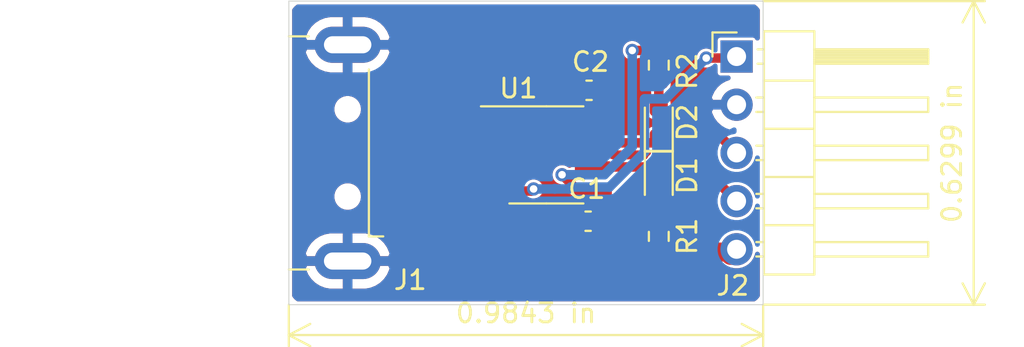
<source format=kicad_pcb>
(kicad_pcb (version 20171130) (host pcbnew "(5.1.10)-1")

  (general
    (thickness 1.6)
    (drawings 10)
    (tracks 62)
    (zones 0)
    (modules 9)
    (nets 11)
  )

  (page A4)
  (layers
    (0 F.Cu signal)
    (31 B.Cu signal)
    (32 B.Adhes user)
    (33 F.Adhes user)
    (34 B.Paste user)
    (35 F.Paste user)
    (36 B.SilkS user)
    (37 F.SilkS user)
    (38 B.Mask user)
    (39 F.Mask user)
    (40 Dwgs.User user)
    (41 Cmts.User user)
    (42 Eco1.User user)
    (43 Eco2.User user)
    (44 Edge.Cuts user)
    (45 Margin user)
    (46 B.CrtYd user)
    (47 F.CrtYd user)
    (48 B.Fab user hide)
    (49 F.Fab user hide)
  )

  (setup
    (last_trace_width 0.25)
    (user_trace_width 0.2)
    (user_trace_width 0.35)
    (user_trace_width 0.5)
    (user_trace_width 0.6)
    (user_trace_width 0.8)
    (user_trace_width 1)
    (user_trace_width 1.5)
    (user_trace_width 2)
    (trace_clearance 0.15)
    (zone_clearance 0.508)
    (zone_45_only no)
    (trace_min 0.15)
    (via_size 0.7)
    (via_drill 0.4)
    (via_min_size 0.4)
    (via_min_drill 0.3)
    (user_via 0.7 0.4)
    (user_via 0.8 0.5)
    (user_via 0.9 0.6)
    (user_via 1 0.7)
    (uvia_size 0.3)
    (uvia_drill 0.1)
    (uvias_allowed no)
    (uvia_min_size 0.2)
    (uvia_min_drill 0.1)
    (edge_width 0.05)
    (segment_width 0.2)
    (pcb_text_width 0.3)
    (pcb_text_size 1.5 1.5)
    (mod_edge_width 0.12)
    (mod_text_size 1 1)
    (mod_text_width 0.15)
    (pad_size 1.524 1.524)
    (pad_drill 0.762)
    (pad_to_mask_clearance 0.05)
    (solder_mask_min_width 0.1)
    (aux_axis_origin 0 0)
    (grid_origin 100.6 129)
    (visible_elements 7FFFFFFF)
    (pcbplotparams
      (layerselection 0x010fc_ffffffff)
      (usegerberextensions true)
      (usegerberattributes true)
      (usegerberadvancedattributes true)
      (creategerberjobfile false)
      (excludeedgelayer true)
      (linewidth 0.100000)
      (plotframeref false)
      (viasonmask false)
      (mode 1)
      (useauxorigin false)
      (hpglpennumber 1)
      (hpglpenspeed 20)
      (hpglpendiameter 15.000000)
      (psnegative false)
      (psa4output false)
      (plotreference true)
      (plotvalue true)
      (plotinvisibletext false)
      (padsonsilk false)
      (subtractmaskfromsilk true)
      (outputformat 1)
      (mirror false)
      (drillshape 0)
      (scaleselection 1)
      (outputdirectory "Gerber/"))
  )

  (net 0 "")
  (net 1 GND)
  (net 2 +5V)
  (net 3 "Net-(C2-Pad1)")
  (net 4 "Net-(D1-Pad2)")
  (net 5 /TXD)
  (net 6 "Net-(D2-Pad2)")
  (net 7 /RXD)
  (net 8 /D+)
  (net 9 /D-)
  (net 10 /RTS)

  (net_class Default "This is the default net class."
    (clearance 0.15)
    (trace_width 0.25)
    (via_dia 0.7)
    (via_drill 0.4)
    (uvia_dia 0.3)
    (uvia_drill 0.1)
    (diff_pair_width 0.28)
    (diff_pair_gap 0.15)
    (add_net +5V)
    (add_net /D+)
    (add_net /D-)
    (add_net /RTS)
    (add_net /RXD)
    (add_net /TXD)
    (add_net GND)
    (add_net "Net-(C2-Pad1)")
    (add_net "Net-(D1-Pad2)")
    (add_net "Net-(D2-Pad2)")
  )

  (module Package_SO:SOIC-8_3.9x4.9mm_P1.27mm (layer F.Cu) (tedit 5D9F72B1) (tstamp 60E66CCC)
    (at 114.175 121.105)
    (descr "SOIC, 8 Pin (JEDEC MS-012AA, https://www.analog.com/media/en/package-pcb-resources/package/pkg_pdf/soic_narrow-r/r_8.pdf), generated with kicad-footprint-generator ipc_gullwing_generator.py")
    (tags "SOIC SO")
    (path /60E6BF2A)
    (attr smd)
    (fp_text reference U1 (at -1.475 -3.505) (layer F.SilkS)
      (effects (font (size 1 1) (thickness 0.15)))
    )
    (fp_text value CH330N (at 0 3.4) (layer F.Fab)
      (effects (font (size 1 1) (thickness 0.15)))
    )
    (fp_line (start 3.7 -2.7) (end -3.7 -2.7) (layer F.CrtYd) (width 0.05))
    (fp_line (start 3.7 2.7) (end 3.7 -2.7) (layer F.CrtYd) (width 0.05))
    (fp_line (start -3.7 2.7) (end 3.7 2.7) (layer F.CrtYd) (width 0.05))
    (fp_line (start -3.7 -2.7) (end -3.7 2.7) (layer F.CrtYd) (width 0.05))
    (fp_line (start -1.95 -1.475) (end -0.975 -2.45) (layer F.Fab) (width 0.1))
    (fp_line (start -1.95 2.45) (end -1.95 -1.475) (layer F.Fab) (width 0.1))
    (fp_line (start 1.95 2.45) (end -1.95 2.45) (layer F.Fab) (width 0.1))
    (fp_line (start 1.95 -2.45) (end 1.95 2.45) (layer F.Fab) (width 0.1))
    (fp_line (start -0.975 -2.45) (end 1.95 -2.45) (layer F.Fab) (width 0.1))
    (fp_line (start 0 -2.56) (end -3.45 -2.56) (layer F.SilkS) (width 0.12))
    (fp_line (start 0 -2.56) (end 1.95 -2.56) (layer F.SilkS) (width 0.12))
    (fp_line (start 0 2.56) (end -1.95 2.56) (layer F.SilkS) (width 0.12))
    (fp_line (start 0 2.56) (end 1.95 2.56) (layer F.SilkS) (width 0.12))
    (fp_text user %R (at 0 0) (layer F.Fab)
      (effects (font (size 0.98 0.98) (thickness 0.15)))
    )
    (pad 8 smd roundrect (at 2.475 -1.905) (size 1.95 0.6) (layers F.Cu F.Paste F.Mask) (roundrect_rratio 0.25)
      (net 3 "Net-(C2-Pad1)"))
    (pad 7 smd roundrect (at 2.475 -0.635) (size 1.95 0.6) (layers F.Cu F.Paste F.Mask) (roundrect_rratio 0.25)
      (net 7 /RXD))
    (pad 6 smd roundrect (at 2.475 0.635) (size 1.95 0.6) (layers F.Cu F.Paste F.Mask) (roundrect_rratio 0.25)
      (net 5 /TXD))
    (pad 5 smd roundrect (at 2.475 1.905) (size 1.95 0.6) (layers F.Cu F.Paste F.Mask) (roundrect_rratio 0.25)
      (net 2 +5V))
    (pad 4 smd roundrect (at -2.475 1.905) (size 1.95 0.6) (layers F.Cu F.Paste F.Mask) (roundrect_rratio 0.25)
      (net 10 /RTS))
    (pad 3 smd roundrect (at -2.475 0.635) (size 1.95 0.6) (layers F.Cu F.Paste F.Mask) (roundrect_rratio 0.25)
      (net 1 GND))
    (pad 2 smd roundrect (at -2.475 -0.635) (size 1.95 0.6) (layers F.Cu F.Paste F.Mask) (roundrect_rratio 0.25)
      (net 9 /D-))
    (pad 1 smd roundrect (at -2.475 -1.905) (size 1.95 0.6) (layers F.Cu F.Paste F.Mask) (roundrect_rratio 0.25)
      (net 8 /D+))
    (model ${KISYS3DMOD}/Package_SO.3dshapes/SOIC-8_3.9x4.9mm_P1.27mm.wrl
      (at (xyz 0 0 0))
      (scale (xyz 1 1 1))
      (rotate (xyz 0 0 0))
    )
  )

  (module Connector_PinHeader_2.54mm:PinHeader_1x05_P2.54mm_Horizontal (layer F.Cu) (tedit 59FED5CB) (tstamp 60E677D5)
    (at 124.2 115.92)
    (descr "Through hole angled pin header, 1x05, 2.54mm pitch, 6mm pin length, single row")
    (tags "Through hole angled pin header THT 1x05 2.54mm single row")
    (path /60E6F2B0)
    (fp_text reference J2 (at -0.2 12.08) (layer F.SilkS)
      (effects (font (size 1 1) (thickness 0.15)))
    )
    (fp_text value Conn_01x05 (at 4.385 12.43) (layer F.Fab)
      (effects (font (size 1 1) (thickness 0.15)))
    )
    (fp_line (start 10.55 -1.8) (end -1.8 -1.8) (layer F.CrtYd) (width 0.05))
    (fp_line (start 10.55 11.95) (end 10.55 -1.8) (layer F.CrtYd) (width 0.05))
    (fp_line (start -1.8 11.95) (end 10.55 11.95) (layer F.CrtYd) (width 0.05))
    (fp_line (start -1.8 -1.8) (end -1.8 11.95) (layer F.CrtYd) (width 0.05))
    (fp_line (start -1.27 -1.27) (end 0 -1.27) (layer F.SilkS) (width 0.12))
    (fp_line (start -1.27 0) (end -1.27 -1.27) (layer F.SilkS) (width 0.12))
    (fp_line (start 1.042929 10.54) (end 1.44 10.54) (layer F.SilkS) (width 0.12))
    (fp_line (start 1.042929 9.78) (end 1.44 9.78) (layer F.SilkS) (width 0.12))
    (fp_line (start 10.1 10.54) (end 4.1 10.54) (layer F.SilkS) (width 0.12))
    (fp_line (start 10.1 9.78) (end 10.1 10.54) (layer F.SilkS) (width 0.12))
    (fp_line (start 4.1 9.78) (end 10.1 9.78) (layer F.SilkS) (width 0.12))
    (fp_line (start 1.44 8.89) (end 4.1 8.89) (layer F.SilkS) (width 0.12))
    (fp_line (start 1.042929 8) (end 1.44 8) (layer F.SilkS) (width 0.12))
    (fp_line (start 1.042929 7.24) (end 1.44 7.24) (layer F.SilkS) (width 0.12))
    (fp_line (start 10.1 8) (end 4.1 8) (layer F.SilkS) (width 0.12))
    (fp_line (start 10.1 7.24) (end 10.1 8) (layer F.SilkS) (width 0.12))
    (fp_line (start 4.1 7.24) (end 10.1 7.24) (layer F.SilkS) (width 0.12))
    (fp_line (start 1.44 6.35) (end 4.1 6.35) (layer F.SilkS) (width 0.12))
    (fp_line (start 1.042929 5.46) (end 1.44 5.46) (layer F.SilkS) (width 0.12))
    (fp_line (start 1.042929 4.7) (end 1.44 4.7) (layer F.SilkS) (width 0.12))
    (fp_line (start 10.1 5.46) (end 4.1 5.46) (layer F.SilkS) (width 0.12))
    (fp_line (start 10.1 4.7) (end 10.1 5.46) (layer F.SilkS) (width 0.12))
    (fp_line (start 4.1 4.7) (end 10.1 4.7) (layer F.SilkS) (width 0.12))
    (fp_line (start 1.44 3.81) (end 4.1 3.81) (layer F.SilkS) (width 0.12))
    (fp_line (start 1.042929 2.92) (end 1.44 2.92) (layer F.SilkS) (width 0.12))
    (fp_line (start 1.042929 2.16) (end 1.44 2.16) (layer F.SilkS) (width 0.12))
    (fp_line (start 10.1 2.92) (end 4.1 2.92) (layer F.SilkS) (width 0.12))
    (fp_line (start 10.1 2.16) (end 10.1 2.92) (layer F.SilkS) (width 0.12))
    (fp_line (start 4.1 2.16) (end 10.1 2.16) (layer F.SilkS) (width 0.12))
    (fp_line (start 1.44 1.27) (end 4.1 1.27) (layer F.SilkS) (width 0.12))
    (fp_line (start 1.11 0.38) (end 1.44 0.38) (layer F.SilkS) (width 0.12))
    (fp_line (start 1.11 -0.38) (end 1.44 -0.38) (layer F.SilkS) (width 0.12))
    (fp_line (start 4.1 0.28) (end 10.1 0.28) (layer F.SilkS) (width 0.12))
    (fp_line (start 4.1 0.16) (end 10.1 0.16) (layer F.SilkS) (width 0.12))
    (fp_line (start 4.1 0.04) (end 10.1 0.04) (layer F.SilkS) (width 0.12))
    (fp_line (start 4.1 -0.08) (end 10.1 -0.08) (layer F.SilkS) (width 0.12))
    (fp_line (start 4.1 -0.2) (end 10.1 -0.2) (layer F.SilkS) (width 0.12))
    (fp_line (start 4.1 -0.32) (end 10.1 -0.32) (layer F.SilkS) (width 0.12))
    (fp_line (start 10.1 0.38) (end 4.1 0.38) (layer F.SilkS) (width 0.12))
    (fp_line (start 10.1 -0.38) (end 10.1 0.38) (layer F.SilkS) (width 0.12))
    (fp_line (start 4.1 -0.38) (end 10.1 -0.38) (layer F.SilkS) (width 0.12))
    (fp_line (start 4.1 -1.33) (end 1.44 -1.33) (layer F.SilkS) (width 0.12))
    (fp_line (start 4.1 11.49) (end 4.1 -1.33) (layer F.SilkS) (width 0.12))
    (fp_line (start 1.44 11.49) (end 4.1 11.49) (layer F.SilkS) (width 0.12))
    (fp_line (start 1.44 -1.33) (end 1.44 11.49) (layer F.SilkS) (width 0.12))
    (fp_line (start 4.04 10.48) (end 10.04 10.48) (layer F.Fab) (width 0.1))
    (fp_line (start 10.04 9.84) (end 10.04 10.48) (layer F.Fab) (width 0.1))
    (fp_line (start 4.04 9.84) (end 10.04 9.84) (layer F.Fab) (width 0.1))
    (fp_line (start -0.32 10.48) (end 1.5 10.48) (layer F.Fab) (width 0.1))
    (fp_line (start -0.32 9.84) (end -0.32 10.48) (layer F.Fab) (width 0.1))
    (fp_line (start -0.32 9.84) (end 1.5 9.84) (layer F.Fab) (width 0.1))
    (fp_line (start 4.04 7.94) (end 10.04 7.94) (layer F.Fab) (width 0.1))
    (fp_line (start 10.04 7.3) (end 10.04 7.94) (layer F.Fab) (width 0.1))
    (fp_line (start 4.04 7.3) (end 10.04 7.3) (layer F.Fab) (width 0.1))
    (fp_line (start -0.32 7.94) (end 1.5 7.94) (layer F.Fab) (width 0.1))
    (fp_line (start -0.32 7.3) (end -0.32 7.94) (layer F.Fab) (width 0.1))
    (fp_line (start -0.32 7.3) (end 1.5 7.3) (layer F.Fab) (width 0.1))
    (fp_line (start 4.04 5.4) (end 10.04 5.4) (layer F.Fab) (width 0.1))
    (fp_line (start 10.04 4.76) (end 10.04 5.4) (layer F.Fab) (width 0.1))
    (fp_line (start 4.04 4.76) (end 10.04 4.76) (layer F.Fab) (width 0.1))
    (fp_line (start -0.32 5.4) (end 1.5 5.4) (layer F.Fab) (width 0.1))
    (fp_line (start -0.32 4.76) (end -0.32 5.4) (layer F.Fab) (width 0.1))
    (fp_line (start -0.32 4.76) (end 1.5 4.76) (layer F.Fab) (width 0.1))
    (fp_line (start 4.04 2.86) (end 10.04 2.86) (layer F.Fab) (width 0.1))
    (fp_line (start 10.04 2.22) (end 10.04 2.86) (layer F.Fab) (width 0.1))
    (fp_line (start 4.04 2.22) (end 10.04 2.22) (layer F.Fab) (width 0.1))
    (fp_line (start -0.32 2.86) (end 1.5 2.86) (layer F.Fab) (width 0.1))
    (fp_line (start -0.32 2.22) (end -0.32 2.86) (layer F.Fab) (width 0.1))
    (fp_line (start -0.32 2.22) (end 1.5 2.22) (layer F.Fab) (width 0.1))
    (fp_line (start 4.04 0.32) (end 10.04 0.32) (layer F.Fab) (width 0.1))
    (fp_line (start 10.04 -0.32) (end 10.04 0.32) (layer F.Fab) (width 0.1))
    (fp_line (start 4.04 -0.32) (end 10.04 -0.32) (layer F.Fab) (width 0.1))
    (fp_line (start -0.32 0.32) (end 1.5 0.32) (layer F.Fab) (width 0.1))
    (fp_line (start -0.32 -0.32) (end -0.32 0.32) (layer F.Fab) (width 0.1))
    (fp_line (start -0.32 -0.32) (end 1.5 -0.32) (layer F.Fab) (width 0.1))
    (fp_line (start 1.5 -0.635) (end 2.135 -1.27) (layer F.Fab) (width 0.1))
    (fp_line (start 1.5 11.43) (end 1.5 -0.635) (layer F.Fab) (width 0.1))
    (fp_line (start 4.04 11.43) (end 1.5 11.43) (layer F.Fab) (width 0.1))
    (fp_line (start 4.04 -1.27) (end 4.04 11.43) (layer F.Fab) (width 0.1))
    (fp_line (start 2.135 -1.27) (end 4.04 -1.27) (layer F.Fab) (width 0.1))
    (fp_text user %R (at 2.77 5.08 90) (layer F.Fab)
      (effects (font (size 1 1) (thickness 0.15)))
    )
    (pad 5 thru_hole oval (at 0 10.16) (size 1.7 1.7) (drill 1) (layers *.Cu *.Mask)
      (net 2 +5V))
    (pad 4 thru_hole oval (at 0 7.62) (size 1.7 1.7) (drill 1) (layers *.Cu *.Mask)
      (net 5 /TXD))
    (pad 3 thru_hole oval (at 0 5.08) (size 1.7 1.7) (drill 1) (layers *.Cu *.Mask)
      (net 7 /RXD))
    (pad 2 thru_hole oval (at 0 2.54) (size 1.7 1.7) (drill 1) (layers *.Cu *.Mask)
      (net 1 GND))
    (pad 1 thru_hole rect (at 0 0) (size 1.7 1.7) (drill 1) (layers *.Cu *.Mask)
      (net 10 /RTS))
    (model ${KISYS3DMOD}/Connector_PinHeader_2.54mm.3dshapes/PinHeader_1x05_P2.54mm_Horizontal.wrl
      (at (xyz 0 0 0))
      (scale (xyz 1 1 1))
      (rotate (xyz 0 0 0))
    )
  )

  (module Resistor_SMD:R_0603_1608Metric (layer F.Cu) (tedit 5F68FEEE) (tstamp 60E66CB2)
    (at 120.1 116.375 270)
    (descr "Resistor SMD 0603 (1608 Metric), square (rectangular) end terminal, IPC_7351 nominal, (Body size source: IPC-SM-782 page 72, https://www.pcb-3d.com/wordpress/wp-content/uploads/ipc-sm-782a_amendment_1_and_2.pdf), generated with kicad-footprint-generator")
    (tags resistor)
    (path /60E83D8B)
    (attr smd)
    (fp_text reference R2 (at 0.325 -1.5 90) (layer F.SilkS)
      (effects (font (size 1 1) (thickness 0.15)))
    )
    (fp_text value 4.7K (at 0 1.43 90) (layer F.Fab)
      (effects (font (size 1 1) (thickness 0.15)))
    )
    (fp_line (start 1.48 0.73) (end -1.48 0.73) (layer F.CrtYd) (width 0.05))
    (fp_line (start 1.48 -0.73) (end 1.48 0.73) (layer F.CrtYd) (width 0.05))
    (fp_line (start -1.48 -0.73) (end 1.48 -0.73) (layer F.CrtYd) (width 0.05))
    (fp_line (start -1.48 0.73) (end -1.48 -0.73) (layer F.CrtYd) (width 0.05))
    (fp_line (start -0.237258 0.5225) (end 0.237258 0.5225) (layer F.SilkS) (width 0.12))
    (fp_line (start -0.237258 -0.5225) (end 0.237258 -0.5225) (layer F.SilkS) (width 0.12))
    (fp_line (start 0.8 0.4125) (end -0.8 0.4125) (layer F.Fab) (width 0.1))
    (fp_line (start 0.8 -0.4125) (end 0.8 0.4125) (layer F.Fab) (width 0.1))
    (fp_line (start -0.8 -0.4125) (end 0.8 -0.4125) (layer F.Fab) (width 0.1))
    (fp_line (start -0.8 0.4125) (end -0.8 -0.4125) (layer F.Fab) (width 0.1))
    (fp_text user %R (at 0 0 90) (layer F.Fab)
      (effects (font (size 0.4 0.4) (thickness 0.06)))
    )
    (pad 2 smd roundrect (at 0.825 0 270) (size 0.8 0.95) (layers F.Cu F.Paste F.Mask) (roundrect_rratio 0.25)
      (net 6 "Net-(D2-Pad2)"))
    (pad 1 smd roundrect (at -0.825 0 270) (size 0.8 0.95) (layers F.Cu F.Paste F.Mask) (roundrect_rratio 0.25)
      (net 2 +5V))
    (model ${KISYS3DMOD}/Resistor_SMD.3dshapes/R_0603_1608Metric.wrl
      (at (xyz 0 0 0))
      (scale (xyz 1 1 1))
      (rotate (xyz 0 0 0))
    )
  )

  (module Resistor_SMD:R_0603_1608Metric (layer F.Cu) (tedit 5F68FEEE) (tstamp 60E66CA1)
    (at 120.1 125.4 90)
    (descr "Resistor SMD 0603 (1608 Metric), square (rectangular) end terminal, IPC_7351 nominal, (Body size source: IPC-SM-782 page 72, https://www.pcb-3d.com/wordpress/wp-content/uploads/ipc-sm-782a_amendment_1_and_2.pdf), generated with kicad-footprint-generator")
    (tags resistor)
    (path /60E6A02F)
    (attr smd)
    (fp_text reference R1 (at 0 1.5 90) (layer F.SilkS)
      (effects (font (size 1 1) (thickness 0.15)))
    )
    (fp_text value 4.7K (at 0 1.43 90) (layer F.Fab)
      (effects (font (size 1 1) (thickness 0.15)))
    )
    (fp_line (start 1.48 0.73) (end -1.48 0.73) (layer F.CrtYd) (width 0.05))
    (fp_line (start 1.48 -0.73) (end 1.48 0.73) (layer F.CrtYd) (width 0.05))
    (fp_line (start -1.48 -0.73) (end 1.48 -0.73) (layer F.CrtYd) (width 0.05))
    (fp_line (start -1.48 0.73) (end -1.48 -0.73) (layer F.CrtYd) (width 0.05))
    (fp_line (start -0.237258 0.5225) (end 0.237258 0.5225) (layer F.SilkS) (width 0.12))
    (fp_line (start -0.237258 -0.5225) (end 0.237258 -0.5225) (layer F.SilkS) (width 0.12))
    (fp_line (start 0.8 0.4125) (end -0.8 0.4125) (layer F.Fab) (width 0.1))
    (fp_line (start 0.8 -0.4125) (end 0.8 0.4125) (layer F.Fab) (width 0.1))
    (fp_line (start -0.8 -0.4125) (end 0.8 -0.4125) (layer F.Fab) (width 0.1))
    (fp_line (start -0.8 0.4125) (end -0.8 -0.4125) (layer F.Fab) (width 0.1))
    (fp_text user %R (at 0 0 90) (layer F.Fab)
      (effects (font (size 0.4 0.4) (thickness 0.06)))
    )
    (pad 2 smd roundrect (at 0.825 0 90) (size 0.8 0.95) (layers F.Cu F.Paste F.Mask) (roundrect_rratio 0.25)
      (net 4 "Net-(D1-Pad2)"))
    (pad 1 smd roundrect (at -0.825 0 90) (size 0.8 0.95) (layers F.Cu F.Paste F.Mask) (roundrect_rratio 0.25)
      (net 2 +5V))
    (model ${KISYS3DMOD}/Resistor_SMD.3dshapes/R_0603_1608Metric.wrl
      (at (xyz 0 0 0))
      (scale (xyz 1 1 1))
      (rotate (xyz 0 0 0))
    )
  )

  (module Connector_USB:USB_A_CNCTech_1001-011-01101_Horizontal (layer F.Cu) (tedit 5E754393) (tstamp 60E6BF86)
    (at 96.8 121 180)
    (descr "USB type A Plug, Horizontal, http://cnctech.us/pdfs/1001-011-01101.pdf")
    (tags USB-A)
    (path /60E670B6)
    (attr smd)
    (fp_text reference J1 (at -10.2 -6.7) (layer F.SilkS)
      (effects (font (size 1 1) (thickness 0.15)))
    )
    (fp_text value USB_A (at 0 8 180) (layer F.Fab)
      (effects (font (size 1 1) (thickness 0.15)))
    )
    (fp_line (start -7.25 -4) (end -7.25 -3.05) (layer F.Fab) (width 0.1))
    (fp_line (start -7.75 -3.5) (end -7.25 -4) (layer F.Fab) (width 0.1))
    (fp_line (start -7.75 -3.5) (end -7.25 -3) (layer F.Fab) (width 0.1))
    (fp_line (start -8.02 -4.4) (end -8.775 -4.4) (layer F.SilkS) (width 0.12))
    (fp_line (start -11.4 4.55) (end -9.15 4.55) (layer F.CrtYd) (width 0.05))
    (fp_line (start -9.15 4.55) (end -9.15 7.15) (layer F.CrtYd) (width 0.05))
    (fp_line (start -9.15 7.15) (end -4.65 7.15) (layer F.CrtYd) (width 0.05))
    (fp_line (start -4.65 7.15) (end -4.65 6.52) (layer F.CrtYd) (width 0.05))
    (fp_line (start -4.65 6.52) (end 11.4 6.52) (layer F.CrtYd) (width 0.05))
    (fp_line (start 11.4 6.52) (end 11.4 -6.52) (layer F.CrtYd) (width 0.05))
    (fp_line (start -4.65 -6.52) (end 11.4 -6.52) (layer F.CrtYd) (width 0.05))
    (fp_line (start -4.65 -6.52) (end -4.65 -7.15) (layer F.CrtYd) (width 0.05))
    (fp_line (start -9.15 -7.15) (end -4.65 -7.15) (layer F.CrtYd) (width 0.05))
    (fp_line (start -9.15 -7.15) (end -9.15 -4.55) (layer F.CrtYd) (width 0.05))
    (fp_line (start -11.4 -4.55) (end -9.15 -4.55) (layer F.CrtYd) (width 0.05))
    (fp_line (start -11.4 4.55) (end -11.4 -4.55) (layer F.CrtYd) (width 0.05))
    (fp_line (start -4.85 6.145) (end -3.8 6.145) (layer F.SilkS) (width 0.12))
    (fp_line (start -4.85 -6.145) (end -3.8 -6.145) (layer F.SilkS) (width 0.12))
    (fp_line (start -3.8 6.025) (end -3.8 -6.025) (layer Dwgs.User) (width 0.1))
    (fp_line (start -8.02 -4.4) (end -8.02 4.4) (layer F.SilkS) (width 0.12))
    (fp_circle (center -6.9 2.3) (end -6.9 2.8) (layer F.Fab) (width 0.1))
    (fp_circle (center -6.9 -2.3) (end -6.9 -2.8) (layer F.Fab) (width 0.1))
    (fp_line (start -10.4 -3.25) (end -7.9 -3.25) (layer F.Fab) (width 0.1))
    (fp_line (start -10.4 -3.25) (end -10.4 -3.75) (layer F.Fab) (width 0.1))
    (fp_line (start -10.4 -3.75) (end -7.9 -3.75) (layer F.Fab) (width 0.1))
    (fp_line (start -10.4 -1.25) (end -7.9 -1.25) (layer F.Fab) (width 0.1))
    (fp_line (start -10.4 -0.75) (end -7.9 -0.75) (layer F.Fab) (width 0.1))
    (fp_line (start -10.4 -0.75) (end -10.4 -1.25) (layer F.Fab) (width 0.1))
    (fp_line (start -10.4 1.25) (end -7.9 1.25) (layer F.Fab) (width 0.1))
    (fp_line (start -10.4 1.25) (end -10.4 0.75) (layer F.Fab) (width 0.1))
    (fp_line (start -10.4 0.75) (end -7.9 0.75) (layer F.Fab) (width 0.1))
    (fp_line (start -10.4 3.75) (end -7.9 3.75) (layer F.Fab) (width 0.1))
    (fp_line (start -10.4 3.25) (end -7.9 3.25) (layer F.Fab) (width 0.1))
    (fp_line (start -10.4 3.75) (end -10.4 3.25) (layer F.Fab) (width 0.1))
    (fp_line (start 10.9 6.025) (end 10.9 -6.025) (layer F.Fab) (width 0.1))
    (fp_line (start -7.9 6.025) (end 10.9 6.025) (layer F.Fab) (width 0.1))
    (fp_line (start -7.9 -6.025) (end 10.9 -6.025) (layer F.Fab) (width 0.1))
    (fp_line (start -7.9 6.025) (end -7.9 -6.025) (layer F.Fab) (width 0.1))
    (fp_text user %R (at -6 0 90) (layer F.Fab)
      (effects (font (size 1 1) (thickness 0.15)))
    )
    (fp_text user "PCB Edge" (at -4.55 -0.05 90) (layer Dwgs.User)
      (effects (font (size 0.6 0.6) (thickness 0.09)))
    )
    (pad "" np_thru_hole circle (at -6.9 2.3 180) (size 1.1 1.1) (drill 1.1) (layers *.Cu *.Mask))
    (pad "" np_thru_hole circle (at -6.9 -2.3 180) (size 1.1 1.1) (drill 1.1) (layers *.Cu *.Mask))
    (pad 5 thru_hole oval (at -6.9 5.7 180) (size 3.5 1.9) (drill oval 2.5 0.9) (layers *.Cu *.Mask)
      (net 1 GND))
    (pad 5 thru_hole oval (at -6.9 -5.7 180) (size 3.5 1.9) (drill oval 2.5 0.9) (layers *.Cu *.Mask)
      (net 1 GND))
    (pad 4 smd rect (at -9.65 3.5 180) (size 2.5 1.1) (layers F.Cu F.Paste F.Mask)
      (net 1 GND))
    (pad 1 smd rect (at -9.65 -3.5 180) (size 2.5 1.1) (layers F.Cu F.Paste F.Mask)
      (net 2 +5V))
    (pad 3 smd rect (at -9.65 1 180) (size 2.5 1.1) (layers F.Cu F.Paste F.Mask)
      (net 8 /D+))
    (pad 2 smd rect (at -9.65 -1 180) (size 2.5 1.1) (layers F.Cu F.Paste F.Mask)
      (net 9 /D-))
    (model ${KISYS3DMOD}/Connector_USB.3dshapes/USB_A_CNCTech_1001-011-01101_Horizontal.wrl
      (at (xyz 0 0 0))
      (scale (xyz 1 1 1))
      (rotate (xyz 0 0 0))
    )
  )

  (module LED_SMD:LED_0603_1608Metric (layer F.Cu) (tedit 5F68FEF1) (tstamp 60E66C43)
    (at 120.1 119.4125 90)
    (descr "LED SMD 0603 (1608 Metric), square (rectangular) end terminal, IPC_7351 nominal, (Body size source: http://www.tortai-tech.com/upload/download/2011102023233369053.pdf), generated with kicad-footprint-generator")
    (tags LED)
    (path /60E83DA1)
    (attr smd)
    (fp_text reference D2 (at 0.0125 1.5 90) (layer F.SilkS)
      (effects (font (size 1 1) (thickness 0.15)))
    )
    (fp_text value LED (at 0 1.43 90) (layer F.Fab)
      (effects (font (size 1 1) (thickness 0.15)))
    )
    (fp_line (start 1.48 0.73) (end -1.48 0.73) (layer F.CrtYd) (width 0.05))
    (fp_line (start 1.48 -0.73) (end 1.48 0.73) (layer F.CrtYd) (width 0.05))
    (fp_line (start -1.48 -0.73) (end 1.48 -0.73) (layer F.CrtYd) (width 0.05))
    (fp_line (start -1.48 0.73) (end -1.48 -0.73) (layer F.CrtYd) (width 0.05))
    (fp_line (start -1.485 0.735) (end 0.8 0.735) (layer F.SilkS) (width 0.12))
    (fp_line (start -1.485 -0.735) (end -1.485 0.735) (layer F.SilkS) (width 0.12))
    (fp_line (start 0.8 -0.735) (end -1.485 -0.735) (layer F.SilkS) (width 0.12))
    (fp_line (start 0.8 0.4) (end 0.8 -0.4) (layer F.Fab) (width 0.1))
    (fp_line (start -0.8 0.4) (end 0.8 0.4) (layer F.Fab) (width 0.1))
    (fp_line (start -0.8 -0.1) (end -0.8 0.4) (layer F.Fab) (width 0.1))
    (fp_line (start -0.5 -0.4) (end -0.8 -0.1) (layer F.Fab) (width 0.1))
    (fp_line (start 0.8 -0.4) (end -0.5 -0.4) (layer F.Fab) (width 0.1))
    (fp_text user %R (at 0 0 90) (layer F.Fab)
      (effects (font (size 0.4 0.4) (thickness 0.06)))
    )
    (pad 2 smd roundrect (at 0.7875 0 90) (size 0.875 0.95) (layers F.Cu F.Paste F.Mask) (roundrect_rratio 0.25)
      (net 6 "Net-(D2-Pad2)"))
    (pad 1 smd roundrect (at -0.7875 0 90) (size 0.875 0.95) (layers F.Cu F.Paste F.Mask) (roundrect_rratio 0.25)
      (net 7 /RXD))
    (model ${KISYS3DMOD}/LED_SMD.3dshapes/LED_0603_1608Metric.wrl
      (at (xyz 0 0 0))
      (scale (xyz 1 1 1))
      (rotate (xyz 0 0 0))
    )
  )

  (module LED_SMD:LED_0603_1608Metric (layer F.Cu) (tedit 5F68FEF1) (tstamp 60E949D8)
    (at 120.1 122.4125 270)
    (descr "LED SMD 0603 (1608 Metric), square (rectangular) end terminal, IPC_7351 nominal, (Body size source: http://www.tortai-tech.com/upload/download/2011102023233369053.pdf), generated with kicad-footprint-generator")
    (tags LED)
    (path /60E6D73D)
    (attr smd)
    (fp_text reference D1 (at -0.2125 -1.5 90) (layer F.SilkS)
      (effects (font (size 1 1) (thickness 0.15)))
    )
    (fp_text value LED (at 0 1.43 90) (layer F.Fab)
      (effects (font (size 1 1) (thickness 0.15)))
    )
    (fp_line (start 1.48 0.73) (end -1.48 0.73) (layer F.CrtYd) (width 0.05))
    (fp_line (start 1.48 -0.73) (end 1.48 0.73) (layer F.CrtYd) (width 0.05))
    (fp_line (start -1.48 -0.73) (end 1.48 -0.73) (layer F.CrtYd) (width 0.05))
    (fp_line (start -1.48 0.73) (end -1.48 -0.73) (layer F.CrtYd) (width 0.05))
    (fp_line (start -1.485 0.735) (end 0.8 0.735) (layer F.SilkS) (width 0.12))
    (fp_line (start -1.485 -0.735) (end -1.485 0.735) (layer F.SilkS) (width 0.12))
    (fp_line (start 0.8 -0.735) (end -1.485 -0.735) (layer F.SilkS) (width 0.12))
    (fp_line (start 0.8 0.4) (end 0.8 -0.4) (layer F.Fab) (width 0.1))
    (fp_line (start -0.8 0.4) (end 0.8 0.4) (layer F.Fab) (width 0.1))
    (fp_line (start -0.8 -0.1) (end -0.8 0.4) (layer F.Fab) (width 0.1))
    (fp_line (start -0.5 -0.4) (end -0.8 -0.1) (layer F.Fab) (width 0.1))
    (fp_line (start 0.8 -0.4) (end -0.5 -0.4) (layer F.Fab) (width 0.1))
    (fp_text user %R (at 0 0 90) (layer F.Fab)
      (effects (font (size 0.4 0.4) (thickness 0.06)))
    )
    (pad 2 smd roundrect (at 0.7875 0 270) (size 0.875 0.95) (layers F.Cu F.Paste F.Mask) (roundrect_rratio 0.25)
      (net 4 "Net-(D1-Pad2)"))
    (pad 1 smd roundrect (at -0.7875 0 270) (size 0.875 0.95) (layers F.Cu F.Paste F.Mask) (roundrect_rratio 0.25)
      (net 5 /TXD))
    (model ${KISYS3DMOD}/LED_SMD.3dshapes/LED_0603_1608Metric.wrl
      (at (xyz 0 0 0))
      (scale (xyz 1 1 1))
      (rotate (xyz 0 0 0))
    )
  )

  (module Capacitor_SMD:C_0603_1608Metric (layer F.Cu) (tedit 5F68FEEE) (tstamp 60E66C1D)
    (at 116.425 117.7 180)
    (descr "Capacitor SMD 0603 (1608 Metric), square (rectangular) end terminal, IPC_7351 nominal, (Body size source: IPC-SM-782 page 76, https://www.pcb-3d.com/wordpress/wp-content/uploads/ipc-sm-782a_amendment_1_and_2.pdf), generated with kicad-footprint-generator")
    (tags capacitor)
    (path /60E697E2)
    (attr smd)
    (fp_text reference C2 (at -0.075 1.5) (layer F.SilkS)
      (effects (font (size 1 1) (thickness 0.15)))
    )
    (fp_text value 104 (at 0 1.43) (layer F.Fab)
      (effects (font (size 1 1) (thickness 0.15)))
    )
    (fp_line (start 1.48 0.73) (end -1.48 0.73) (layer F.CrtYd) (width 0.05))
    (fp_line (start 1.48 -0.73) (end 1.48 0.73) (layer F.CrtYd) (width 0.05))
    (fp_line (start -1.48 -0.73) (end 1.48 -0.73) (layer F.CrtYd) (width 0.05))
    (fp_line (start -1.48 0.73) (end -1.48 -0.73) (layer F.CrtYd) (width 0.05))
    (fp_line (start -0.14058 0.51) (end 0.14058 0.51) (layer F.SilkS) (width 0.12))
    (fp_line (start -0.14058 -0.51) (end 0.14058 -0.51) (layer F.SilkS) (width 0.12))
    (fp_line (start 0.8 0.4) (end -0.8 0.4) (layer F.Fab) (width 0.1))
    (fp_line (start 0.8 -0.4) (end 0.8 0.4) (layer F.Fab) (width 0.1))
    (fp_line (start -0.8 -0.4) (end 0.8 -0.4) (layer F.Fab) (width 0.1))
    (fp_line (start -0.8 0.4) (end -0.8 -0.4) (layer F.Fab) (width 0.1))
    (fp_text user %R (at 0 0) (layer F.Fab)
      (effects (font (size 0.4 0.4) (thickness 0.06)))
    )
    (pad 2 smd roundrect (at 0.775 0 180) (size 0.9 0.95) (layers F.Cu F.Paste F.Mask) (roundrect_rratio 0.25)
      (net 1 GND))
    (pad 1 smd roundrect (at -0.775 0 180) (size 0.9 0.95) (layers F.Cu F.Paste F.Mask) (roundrect_rratio 0.25)
      (net 3 "Net-(C2-Pad1)"))
    (model ${KISYS3DMOD}/Capacitor_SMD.3dshapes/C_0603_1608Metric.wrl
      (at (xyz 0 0 0))
      (scale (xyz 1 1 1))
      (rotate (xyz 0 0 0))
    )
  )

  (module Capacitor_SMD:C_0603_1608Metric (layer F.Cu) (tedit 5F68FEEE) (tstamp 60E94A7A)
    (at 116.375 124.6 180)
    (descr "Capacitor SMD 0603 (1608 Metric), square (rectangular) end terminal, IPC_7351 nominal, (Body size source: IPC-SM-782 page 76, https://www.pcb-3d.com/wordpress/wp-content/uploads/ipc-sm-782a_amendment_1_and_2.pdf), generated with kicad-footprint-generator")
    (tags capacitor)
    (path /60E69107)
    (attr smd)
    (fp_text reference C1 (at 0.075 1.7) (layer F.SilkS)
      (effects (font (size 1 1) (thickness 0.15)))
    )
    (fp_text value 104 (at 0 1.43) (layer F.Fab)
      (effects (font (size 1 1) (thickness 0.15)))
    )
    (fp_line (start 1.48 0.73) (end -1.48 0.73) (layer F.CrtYd) (width 0.05))
    (fp_line (start 1.48 -0.73) (end 1.48 0.73) (layer F.CrtYd) (width 0.05))
    (fp_line (start -1.48 -0.73) (end 1.48 -0.73) (layer F.CrtYd) (width 0.05))
    (fp_line (start -1.48 0.73) (end -1.48 -0.73) (layer F.CrtYd) (width 0.05))
    (fp_line (start -0.14058 0.51) (end 0.14058 0.51) (layer F.SilkS) (width 0.12))
    (fp_line (start -0.14058 -0.51) (end 0.14058 -0.51) (layer F.SilkS) (width 0.12))
    (fp_line (start 0.8 0.4) (end -0.8 0.4) (layer F.Fab) (width 0.1))
    (fp_line (start 0.8 -0.4) (end 0.8 0.4) (layer F.Fab) (width 0.1))
    (fp_line (start -0.8 -0.4) (end 0.8 -0.4) (layer F.Fab) (width 0.1))
    (fp_line (start -0.8 0.4) (end -0.8 -0.4) (layer F.Fab) (width 0.1))
    (fp_text user %R (at 0 0) (layer F.Fab)
      (effects (font (size 0.4 0.4) (thickness 0.06)))
    )
    (pad 2 smd roundrect (at 0.775 0 180) (size 0.9 0.95) (layers F.Cu F.Paste F.Mask) (roundrect_rratio 0.25)
      (net 1 GND))
    (pad 1 smd roundrect (at -0.775 0 180) (size 0.9 0.95) (layers F.Cu F.Paste F.Mask) (roundrect_rratio 0.25)
      (net 2 +5V))
    (model ${KISYS3DMOD}/Capacitor_SMD.3dshapes/C_0603_1608Metric.wrl
      (at (xyz 0 0 0))
      (scale (xyz 1 1 1))
      (rotate (xyz 0 0 0))
    )
  )

  (dimension 16 (width 0.12) (layer F.SilkS)
    (gr_text "16.000 mm" (at 137.97 121 270) (layer F.SilkS)
      (effects (font (size 1 1) (thickness 0.15)))
    )
    (feature1 (pts (xy 125.6 129) (xy 137.286421 129)))
    (feature2 (pts (xy 125.6 113) (xy 137.286421 113)))
    (crossbar (pts (xy 136.7 113) (xy 136.7 129)))
    (arrow1a (pts (xy 136.7 129) (xy 136.113579 127.873496)))
    (arrow1b (pts (xy 136.7 129) (xy 137.286421 127.873496)))
    (arrow2a (pts (xy 136.7 113) (xy 136.113579 114.126504)))
    (arrow2b (pts (xy 136.7 113) (xy 137.286421 114.126504)))
  )
  (dimension 25 (width 0.12) (layer F.SilkS)
    (gr_text "25.000 mm" (at 113.1 131.87) (layer F.SilkS)
      (effects (font (size 1 1) (thickness 0.15)))
    )
    (feature1 (pts (xy 125.6 129) (xy 125.6 131.186421)))
    (feature2 (pts (xy 100.6 129) (xy 100.6 131.186421)))
    (crossbar (pts (xy 100.6 130.6) (xy 125.6 130.6)))
    (arrow1a (pts (xy 125.6 130.6) (xy 124.473496 131.186421)))
    (arrow1b (pts (xy 125.6 130.6) (xy 124.473496 130.013579)))
    (arrow2a (pts (xy 100.6 130.6) (xy 101.726504 131.186421)))
    (arrow2b (pts (xy 100.6 130.6) (xy 101.726504 130.013579)))
  )
  (gr_line (start 100.9 113.3) (end 100.9 128.7) (layer Margin) (width 0.15) (tstamp 60E67286))
  (gr_line (start 125.3 113.3) (end 100.9 113.3) (layer Margin) (width 0.15))
  (gr_line (start 125.3 128.7) (end 125.3 113.3) (layer Margin) (width 0.15))
  (gr_line (start 100.9 128.7) (end 125.3 128.7) (layer Margin) (width 0.15))
  (gr_line (start 100.6 113) (end 100.6 129) (layer Edge.Cuts) (width 0.05) (tstamp 60E6727E))
  (gr_line (start 125.6 113) (end 100.6 113) (layer Edge.Cuts) (width 0.05))
  (gr_line (start 125.6 129) (end 125.6 113) (layer Edge.Cuts) (width 0.05))
  (gr_line (start 100.6 129) (end 125.6 129) (layer Edge.Cuts) (width 0.05))

  (segment (start 123.88 126.4) (end 124.2 126.08) (width 1) (layer F.Cu) (net 2) (status 40000))
  (segment (start 116.65 124.1) (end 117.15 124.6) (width 0.5) (layer F.Cu) (net 2) (status 40000))
  (segment (start 116.65 123.01) (end 116.65 124.1) (width 0.5) (layer F.Cu) (net 2) (status 40000))
  (segment (start 119.60001 125.72501) (end 120.1 126.225) (width 1) (layer F.Cu) (net 2) (status 40000))
  (segment (start 106.45 124.5) (end 107.67501 125.72501) (width 1) (layer F.Cu) (net 2) (status 40000))
  (segment (start 124.055 126.225) (end 124.2 126.08) (width 1) (layer F.Cu) (net 2) (status 40000))
  (segment (start 120.1 126.225) (end 124.055 126.225) (width 1) (layer F.Cu) (net 2) (status 40000))
  (segment (start 117.15 125.55) (end 117.32501 125.72501) (width 1) (layer F.Cu) (net 2) (status 40000))
  (segment (start 117.15 124.6) (end 117.15 125.55) (width 1) (layer F.Cu) (net 2) (status 40000))
  (segment (start 117.32501 125.72501) (end 119.60001 125.72501) (width 1) (layer F.Cu) (net 2) (status 40000))
  (segment (start 107.67501 125.72501) (end 117.32501 125.72501) (width 1) (layer F.Cu) (net 2) (status 40000))
  (via (at 115 122.15) (size 0.7) (drill 0.4) (layers F.Cu B.Cu) (net 2) (status 40000))
  (segment (start 115.86 123.01) (end 115 122.15) (width 0.5) (layer F.Cu) (net 2) (status 40000))
  (segment (start 116.65 123.01) (end 115.86 123.01) (width 0.5) (layer F.Cu) (net 2) (status 40000))
  (via (at 118.7 115.6) (size 0.7) (drill 0.4) (layers F.Cu B.Cu) (net 2) (status 40000))
  (segment (start 120.05 115.6) (end 120.1 115.55) (width 0.5) (layer F.Cu) (net 2) (status 40000))
  (segment (start 118.7 115.6) (end 120.05 115.6) (width 0.5) (layer F.Cu) (net 2) (status 40000))
  (segment (start 118.7 120.680748) (end 118.7 115.6) (width 0.5) (layer B.Cu) (net 2) (status 40000))
  (segment (start 117.230748 122.15) (end 118.7 120.680748) (width 0.5) (layer B.Cu) (net 2) (status 40000))
  (segment (start 115 122.15) (end 117.230748 122.15) (width 0.5) (layer B.Cu) (net 2) (status 40000))
  (segment (start 116.65 118.25) (end 117.2 117.7) (width 0.5) (layer F.Cu) (net 3))
  (segment (start 116.65 119.2) (end 116.65 118.25) (width 0.5) (layer F.Cu) (net 3))
  (segment (start 120.1 123.2) (end 120.1 124.575) (width 0.5) (layer F.Cu) (net 4))
  (segment (start 123.935 123.275) (end 124.2 123.54) (width 0.5) (layer F.Cu) (net 5))
  (segment (start 119.985 121.74) (end 120.1 121.625) (width 0.5) (layer F.Cu) (net 5))
  (segment (start 116.65 121.74) (end 119.985 121.74) (width 0.5) (layer F.Cu) (net 5))
  (segment (start 122.285 121.625) (end 124.2 123.54) (width 0.5) (layer F.Cu) (net 5))
  (segment (start 120.1 121.625) (end 122.285 121.625) (width 0.5) (layer F.Cu) (net 5))
  (segment (start 120.1 117.2) (end 120.1 118.625) (width 0.5) (layer F.Cu) (net 6))
  (segment (start 119.83 120.47) (end 120.1 120.2) (width 0.5) (layer F.Cu) (net 7))
  (segment (start 116.65 120.47) (end 119.83 120.47) (width 0.5) (layer F.Cu) (net 7))
  (segment (start 123.4 120.2) (end 124.2 121) (width 0.5) (layer F.Cu) (net 7))
  (segment (start 120.1 120.2) (end 123.4 120.2) (width 0.5) (layer F.Cu) (net 7))
  (segment (start 109.109001 120.784) (end 108.325001 120) (width 0.28) (layer F.Cu) (net 8))
  (segment (start 110.116 120.784) (end 109.109001 120.784) (width 0.28) (layer F.Cu) (net 8))
  (segment (start 110.43499 120.46501) (end 110.116 120.784) (width 0.28) (layer F.Cu) (net 8))
  (segment (start 110.43499 120.13774) (end 110.43499 120.46501) (width 0.28) (layer F.Cu) (net 8))
  (segment (start 110.69274 119.87999) (end 110.43499 120.13774) (width 0.28) (layer F.Cu) (net 8))
  (segment (start 108.325001 120) (end 106.45 120) (width 0.28) (layer F.Cu) (net 8))
  (segment (start 111.02001 119.87999) (end 110.69274 119.87999) (width 0.28) (layer F.Cu) (net 8))
  (segment (start 111.7 119.2) (end 111.02001 119.87999) (width 0.28) (layer F.Cu) (net 8))
  (segment (start 109.109001 121.216) (end 108.325001 122) (width 0.28) (layer F.Cu) (net 9))
  (segment (start 111.040941 120.47) (end 110.294941 121.216) (width 0.28) (layer F.Cu) (net 9))
  (segment (start 111.7 120.47) (end 111.040941 120.47) (width 0.28) (layer F.Cu) (net 9))
  (segment (start 110.294941 121.216) (end 109.109001 121.216) (width 0.28) (layer F.Cu) (net 9))
  (segment (start 108.325001 122) (end 106.45 122) (width 0.28) (layer F.Cu) (net 9))
  (via (at 113.5 122.9) (size 0.7) (drill 0.4) (layers F.Cu B.Cu) (net 10))
  (segment (start 113.39 123.01) (end 113.5 122.9) (width 0.5) (layer F.Cu) (net 10))
  (segment (start 111.7 123.01) (end 113.39 123.01) (width 0.5) (layer F.Cu) (net 10))
  (segment (start 115.459992 122.80001) (end 117.49999 122.80001) (width 0.5) (layer B.Cu) (net 10) (status 40000))
  (segment (start 119.35001 120.94999) (end 119.35001 118.14999) (width 0.5) (layer B.Cu) (net 10) (status 40000))
  (segment (start 117.49999 122.80001) (end 119.35001 120.94999) (width 0.5) (layer B.Cu) (net 10) (status 40000))
  (segment (start 115.360001 122.900001) (end 115.459992 122.80001) (width 0.5) (layer B.Cu) (net 10) (status 40000))
  (segment (start 114.639999 122.900001) (end 115.360001 122.900001) (width 0.5) (layer B.Cu) (net 10) (status 40000))
  (segment (start 114.619999 122.880001) (end 114.639999 122.900001) (width 0.5) (layer B.Cu) (net 10) (status 40000))
  (segment (start 114.6 122.9) (end 114.619999 122.880001) (width 0.5) (layer B.Cu) (net 10) (status 40000))
  (segment (start 113.5 122.9) (end 114.6 122.9) (width 0.5) (layer B.Cu) (net 10) (status 40000))
  (segment (start 119.35001 118.14999) (end 120.45001 118.14999) (width 0.5) (layer B.Cu) (net 10))
  (via (at 122.6 116) (size 0.7) (drill 0.4) (layers F.Cu B.Cu) (net 10))
  (segment (start 120.45001 118.14999) (end 122.6 116) (width 0.5) (layer B.Cu) (net 10))
  (segment (start 124.12 116) (end 124.2 115.92) (width 0.5) (layer F.Cu) (net 10))
  (segment (start 122.6 116) (end 124.12 116) (width 0.5) (layer F.Cu) (net 10))

  (zone (net 1) (net_name GND) (layer F.Cu) (tstamp 60EE90B2) (hatch edge 0.508)
    (connect_pads (clearance 0.15))
    (min_thickness 0.254)
    (fill yes (arc_segments 32) (thermal_gap 0.508) (thermal_bridge_width 0.508) (smoothing fillet) (radius 1))
    (polygon
      (pts
        (xy 125.6 129) (xy 100.6 129) (xy 100.6 113) (xy 125.6 113)
      )
    )
    (filled_polygon
      (pts
        (xy 125.21687 113.38313) (xy 125.298001 113.481988) (xy 125.298001 114.946362) (xy 125.281431 114.915363) (xy 125.246816 114.873184)
        (xy 125.204637 114.838569) (xy 125.156516 114.812847) (xy 125.104301 114.797008) (xy 125.05 114.79166) (xy 123.35 114.79166)
        (xy 123.295699 114.797008) (xy 123.243484 114.812847) (xy 123.195363 114.838569) (xy 123.153184 114.873184) (xy 123.118569 114.915363)
        (xy 123.092847 114.963484) (xy 123.077008 115.015699) (xy 123.07166 115.07) (xy 123.07166 115.473) (xy 122.939859 115.473)
        (xy 122.896996 115.44436) (xy 122.782889 115.397095) (xy 122.661754 115.373) (xy 122.538246 115.373) (xy 122.417111 115.397095)
        (xy 122.303004 115.44436) (xy 122.200311 115.512977) (xy 122.112977 115.600311) (xy 122.04436 115.703004) (xy 121.997095 115.817111)
        (xy 121.973 115.938246) (xy 121.973 116.061754) (xy 121.997095 116.182889) (xy 122.04436 116.296996) (xy 122.112977 116.399689)
        (xy 122.200311 116.487023) (xy 122.303004 116.55564) (xy 122.417111 116.602905) (xy 122.538246 116.627) (xy 122.661754 116.627)
        (xy 122.782889 116.602905) (xy 122.896996 116.55564) (xy 122.939859 116.527) (xy 123.07166 116.527) (xy 123.07166 116.77)
        (xy 123.077008 116.824301) (xy 123.092847 116.876516) (xy 123.118569 116.924637) (xy 123.153184 116.966816) (xy 123.195363 117.001431)
        (xy 123.243484 117.027153) (xy 123.295699 117.042992) (xy 123.35 117.04834) (xy 123.759042 117.04834) (xy 123.568748 117.115843)
        (xy 123.318645 117.264822) (xy 123.102412 117.459731) (xy 122.928359 117.69308) (xy 122.803175 117.955901) (xy 122.758524 118.10311)
        (xy 122.879845 118.333) (xy 124.073 118.333) (xy 124.073 118.313) (xy 124.327 118.313) (xy 124.327 118.333)
        (xy 124.347 118.333) (xy 124.347 118.587) (xy 124.327 118.587) (xy 124.327 118.607) (xy 124.073 118.607)
        (xy 124.073 118.587) (xy 122.879845 118.587) (xy 122.758524 118.81689) (xy 122.803175 118.964099) (xy 122.928359 119.22692)
        (xy 123.102412 119.460269) (xy 123.318645 119.655178) (xy 123.348564 119.673) (xy 120.743236 119.673) (xy 120.707746 119.629754)
        (xy 120.632418 119.567935) (xy 120.546478 119.521999) (xy 120.453227 119.493711) (xy 120.35625 119.48416) (xy 119.84375 119.48416)
        (xy 119.746773 119.493711) (xy 119.653522 119.521999) (xy 119.567582 119.567935) (xy 119.492254 119.629754) (xy 119.430435 119.705082)
        (xy 119.384499 119.791022) (xy 119.356211 119.884273) (xy 119.350427 119.943) (xy 117.673969 119.943) (xy 117.638919 119.924265)
        (xy 117.558565 119.89989) (xy 117.475 119.89166) (xy 115.825 119.89166) (xy 115.741435 119.89989) (xy 115.661081 119.924265)
        (xy 115.587027 119.963848) (xy 115.522118 120.017118) (xy 115.468848 120.082027) (xy 115.429265 120.156081) (xy 115.40489 120.236435)
        (xy 115.39666 120.32) (xy 115.39666 120.62) (xy 115.40489 120.703565) (xy 115.429265 120.783919) (xy 115.468848 120.857973)
        (xy 115.522118 120.922882) (xy 115.587027 120.976152) (xy 115.661081 121.015735) (xy 115.741435 121.04011) (xy 115.825 121.04834)
        (xy 117.475 121.04834) (xy 117.558565 121.04011) (xy 117.638919 121.015735) (xy 117.673969 120.997) (xy 119.562629 120.997)
        (xy 119.492254 121.054754) (xy 119.430435 121.130082) (xy 119.386114 121.213) (xy 117.673969 121.213) (xy 117.638919 121.194265)
        (xy 117.558565 121.16989) (xy 117.475 121.16166) (xy 115.825 121.16166) (xy 115.741435 121.16989) (xy 115.661081 121.194265)
        (xy 115.587027 121.233848) (xy 115.522118 121.287118) (xy 115.468848 121.352027) (xy 115.429265 121.426081) (xy 115.40489 121.506435)
        (xy 115.39666 121.59) (xy 115.39666 121.660953) (xy 115.296996 121.59436) (xy 115.182889 121.547095) (xy 115.061754 121.523)
        (xy 114.938246 121.523) (xy 114.817111 121.547095) (xy 114.703004 121.59436) (xy 114.600311 121.662977) (xy 114.512977 121.750311)
        (xy 114.44436 121.853004) (xy 114.397095 121.967111) (xy 114.373 122.088246) (xy 114.373 122.211754) (xy 114.397095 122.332889)
        (xy 114.44436 122.446996) (xy 114.512977 122.549689) (xy 114.600311 122.637023) (xy 114.703004 122.70564) (xy 114.817111 122.752905)
        (xy 114.867673 122.762962) (xy 115.429996 123.325287) (xy 115.468848 123.397973) (xy 115.522118 123.462882) (xy 115.555161 123.49)
        (xy 115.472998 123.49) (xy 115.472998 123.648748) (xy 115.31425 123.49) (xy 115.15 123.486928) (xy 115.025518 123.499188)
        (xy 114.90582 123.535498) (xy 114.795506 123.594463) (xy 114.698815 123.673815) (xy 114.619463 123.770506) (xy 114.560498 123.88082)
        (xy 114.524188 124.000518) (xy 114.511928 124.125) (xy 114.515 124.31425) (xy 114.67375 124.473) (xy 115.473 124.473)
        (xy 115.473 124.453) (xy 115.727 124.453) (xy 115.727 124.473) (xy 115.747 124.473) (xy 115.747 124.727)
        (xy 115.727 124.727) (xy 115.727 124.747) (xy 115.473 124.747) (xy 115.473 124.727) (xy 114.67375 124.727)
        (xy 114.515 124.88575) (xy 114.513989 124.94801) (xy 107.996854 124.94801) (xy 107.97834 124.929496) (xy 107.97834 123.95)
        (xy 107.972992 123.895699) (xy 107.957153 123.843484) (xy 107.931431 123.795363) (xy 107.896816 123.753184) (xy 107.854637 123.718569)
        (xy 107.806516 123.692847) (xy 107.754301 123.677008) (xy 107.7 123.67166) (xy 105.2 123.67166) (xy 105.145699 123.677008)
        (xy 105.093484 123.692847) (xy 105.045363 123.718569) (xy 105.003184 123.753184) (xy 104.968569 123.795363) (xy 104.942847 123.843484)
        (xy 104.927008 123.895699) (xy 104.92166 123.95) (xy 104.92166 125.05) (xy 104.927008 125.104301) (xy 104.942847 125.156516)
        (xy 104.95454 125.178392) (xy 104.933778 125.170232) (xy 104.627 125.115) (xy 103.827 125.115) (xy 103.827 126.573)
        (xy 105.920584 126.573) (xy 106.040586 126.327412) (xy 106.012949 126.210779) (xy 105.888436 125.925017) (xy 105.710566 125.669038)
        (xy 105.486175 125.452678) (xy 105.292544 125.32834) (xy 106.179497 125.32834) (xy 107.0986 126.247444) (xy 107.12293 126.27709)
        (xy 107.241244 126.374187) (xy 107.376226 126.446337) (xy 107.522691 126.490767) (xy 107.636844 126.50201) (xy 107.636846 126.50201)
        (xy 107.67501 126.505769) (xy 107.713173 126.50201) (xy 117.286846 126.50201) (xy 117.32501 126.505769) (xy 117.363173 126.50201)
        (xy 119.278167 126.50201) (xy 119.382575 126.606418) (xy 119.383071 126.608053) (xy 119.427275 126.690751) (xy 119.486763 126.763237)
        (xy 119.559249 126.822725) (xy 119.641947 126.866929) (xy 119.666746 126.874452) (xy 119.754199 126.921195) (xy 119.801216 126.946327)
        (xy 119.947681 126.990757) (xy 120.061834 127.002) (xy 120.061836 127.002) (xy 120.1 127.005759) (xy 120.138163 127.002)
        (xy 123.388749 127.002) (xy 123.446234 127.049177) (xy 123.581217 127.121327) (xy 123.727682 127.165756) (xy 123.88 127.180759)
        (xy 123.931551 127.175681) (xy 124.089 127.207) (xy 124.311 127.207) (xy 124.528734 127.16369) (xy 124.733835 127.078734)
        (xy 124.918421 126.955398) (xy 125.075398 126.798421) (xy 125.198734 126.613835) (xy 125.28369 126.408734) (xy 125.298 126.336792)
        (xy 125.298 128.518013) (xy 125.21687 128.61687) (xy 125.118013 128.698) (xy 101.081987 128.698) (xy 100.98313 128.61687)
        (xy 100.902 128.518013) (xy 100.902 127.072588) (xy 101.359414 127.072588) (xy 101.387051 127.189221) (xy 101.511564 127.474983)
        (xy 101.689434 127.730962) (xy 101.913825 127.947322) (xy 102.176114 128.115748) (xy 102.466222 128.229768) (xy 102.773 128.285)
        (xy 103.573 128.285) (xy 103.573 126.827) (xy 103.827 126.827) (xy 103.827 128.285) (xy 104.627 128.285)
        (xy 104.933778 128.229768) (xy 105.223886 128.115748) (xy 105.486175 127.947322) (xy 105.710566 127.730962) (xy 105.888436 127.474983)
        (xy 106.012949 127.189221) (xy 106.040586 127.072588) (xy 105.920584 126.827) (xy 103.827 126.827) (xy 103.573 126.827)
        (xy 101.479416 126.827) (xy 101.359414 127.072588) (xy 100.902 127.072588) (xy 100.902 126.327412) (xy 101.359414 126.327412)
        (xy 101.479416 126.573) (xy 103.573 126.573) (xy 103.573 125.115) (xy 102.773 125.115) (xy 102.466222 125.170232)
        (xy 102.176114 125.284252) (xy 101.913825 125.452678) (xy 101.689434 125.669038) (xy 101.511564 125.925017) (xy 101.387051 126.210779)
        (xy 101.359414 126.327412) (xy 100.902 126.327412) (xy 100.902 123.218548) (xy 102.873 123.218548) (xy 102.873 123.381452)
        (xy 102.904782 123.541227) (xy 102.967123 123.691731) (xy 103.057628 123.827181) (xy 103.172819 123.942372) (xy 103.308269 124.032877)
        (xy 103.458773 124.095218) (xy 103.618548 124.127) (xy 103.781452 124.127) (xy 103.941227 124.095218) (xy 104.091731 124.032877)
        (xy 104.227181 123.942372) (xy 104.342372 123.827181) (xy 104.432877 123.691731) (xy 104.495218 123.541227) (xy 104.527 123.381452)
        (xy 104.527 123.218548) (xy 104.495218 123.058773) (xy 104.432877 122.908269) (xy 104.342372 122.772819) (xy 104.227181 122.657628)
        (xy 104.091731 122.567123) (xy 103.941227 122.504782) (xy 103.781452 122.473) (xy 103.618548 122.473) (xy 103.458773 122.504782)
        (xy 103.308269 122.567123) (xy 103.172819 122.657628) (xy 103.057628 122.772819) (xy 102.967123 122.908269) (xy 102.904782 123.058773)
        (xy 102.873 123.218548) (xy 100.902 123.218548) (xy 100.902 118.618548) (xy 102.873 118.618548) (xy 102.873 118.781452)
        (xy 102.904782 118.941227) (xy 102.967123 119.091731) (xy 103.057628 119.227181) (xy 103.172819 119.342372) (xy 103.308269 119.432877)
        (xy 103.458773 119.495218) (xy 103.618548 119.527) (xy 103.781452 119.527) (xy 103.941227 119.495218) (xy 104.050392 119.45)
        (xy 104.92166 119.45) (xy 104.92166 120.55) (xy 104.927008 120.604301) (xy 104.942847 120.656516) (xy 104.968569 120.704637)
        (xy 105.003184 120.746816) (xy 105.045363 120.781431) (xy 105.093484 120.807153) (xy 105.145699 120.822992) (xy 105.2 120.82834)
        (xy 107.7 120.82834) (xy 107.754301 120.822992) (xy 107.806516 120.807153) (xy 107.854637 120.781431) (xy 107.896816 120.746816)
        (xy 107.931431 120.704637) (xy 107.957153 120.656516) (xy 107.972992 120.604301) (xy 107.97834 120.55) (xy 107.97834 120.417)
        (xy 108.152275 120.417) (xy 108.735274 121) (xy 108.152275 121.583) (xy 107.97834 121.583) (xy 107.97834 121.45)
        (xy 107.972992 121.395699) (xy 107.957153 121.343484) (xy 107.931431 121.295363) (xy 107.896816 121.253184) (xy 107.854637 121.218569)
        (xy 107.806516 121.192847) (xy 107.754301 121.177008) (xy 107.7 121.17166) (xy 105.2 121.17166) (xy 105.145699 121.177008)
        (xy 105.093484 121.192847) (xy 105.045363 121.218569) (xy 105.003184 121.253184) (xy 104.968569 121.295363) (xy 104.942847 121.343484)
        (xy 104.927008 121.395699) (xy 104.92166 121.45) (xy 104.92166 122.55) (xy 104.927008 122.604301) (xy 104.942847 122.656516)
        (xy 104.968569 122.704637) (xy 105.003184 122.746816) (xy 105.045363 122.781431) (xy 105.093484 122.807153) (xy 105.145699 122.822992)
        (xy 105.2 122.82834) (xy 107.7 122.82834) (xy 107.754301 122.822992) (xy 107.806516 122.807153) (xy 107.854637 122.781431)
        (xy 107.896816 122.746816) (xy 107.931431 122.704637) (xy 107.957153 122.656516) (xy 107.972992 122.604301) (xy 107.97834 122.55)
        (xy 107.97834 122.417) (xy 108.304524 122.417) (xy 108.325001 122.419017) (xy 108.345478 122.417) (xy 108.345481 122.417)
        (xy 108.406747 122.410966) (xy 108.485352 122.387121) (xy 108.557794 122.3484) (xy 108.621291 122.29629) (xy 108.634352 122.280376)
        (xy 108.874728 122.04) (xy 110.086928 122.04) (xy 110.099188 122.164482) (xy 110.135498 122.28418) (xy 110.194463 122.394494)
        (xy 110.273815 122.491185) (xy 110.370506 122.570537) (xy 110.48082 122.629502) (xy 110.510104 122.638385) (xy 110.479265 122.696081)
        (xy 110.45489 122.776435) (xy 110.44666 122.86) (xy 110.44666 123.16) (xy 110.45489 123.243565) (xy 110.479265 123.323919)
        (xy 110.518848 123.397973) (xy 110.572118 123.462882) (xy 110.637027 123.516152) (xy 110.711081 123.555735) (xy 110.791435 123.58011)
        (xy 110.875 123.58834) (xy 112.525 123.58834) (xy 112.608565 123.58011) (xy 112.688919 123.555735) (xy 112.723969 123.537)
        (xy 113.364119 123.537) (xy 113.39 123.539549) (xy 113.415881 123.537) (xy 113.49331 123.529374) (xy 113.501136 123.527)
        (xy 113.561754 123.527) (xy 113.682889 123.502905) (xy 113.796996 123.45564) (xy 113.899689 123.387023) (xy 113.987023 123.299689)
        (xy 114.05564 123.196996) (xy 114.102905 123.082889) (xy 114.127 122.961754) (xy 114.127 122.838246) (xy 114.102905 122.717111)
        (xy 114.05564 122.603004) (xy 113.987023 122.500311) (xy 113.899689 122.412977) (xy 113.796996 122.34436) (xy 113.682889 122.297095)
        (xy 113.561754 122.273) (xy 113.438246 122.273) (xy 113.317111 122.297095) (xy 113.240675 122.328756) (xy 113.264502 122.28418)
        (xy 113.300812 122.164482) (xy 113.313072 122.04) (xy 113.31 122.02575) (xy 113.15125 121.867) (xy 111.827 121.867)
        (xy 111.827 121.887) (xy 111.573 121.887) (xy 111.573 121.867) (xy 110.24875 121.867) (xy 110.09 122.02575)
        (xy 110.086928 122.04) (xy 108.874728 122.04) (xy 109.281728 121.633) (xy 110.274464 121.633) (xy 110.294941 121.635017)
        (xy 110.315418 121.633) (xy 110.315421 121.633) (xy 110.376687 121.626966) (xy 110.422726 121.613) (xy 111.573 121.613)
        (xy 111.573 121.593) (xy 111.827 121.593) (xy 111.827 121.613) (xy 113.15125 121.613) (xy 113.31 121.45425)
        (xy 113.313072 121.44) (xy 113.300812 121.315518) (xy 113.264502 121.19582) (xy 113.205537 121.085506) (xy 113.126185 120.988815)
        (xy 113.029494 120.909463) (xy 112.91918 120.850498) (xy 112.889896 120.841615) (xy 112.920735 120.783919) (xy 112.94511 120.703565)
        (xy 112.95334 120.62) (xy 112.95334 120.32) (xy 112.94511 120.236435) (xy 112.920735 120.156081) (xy 112.881152 120.082027)
        (xy 112.827882 120.017118) (xy 112.762973 119.963848) (xy 112.688919 119.924265) (xy 112.608565 119.89989) (xy 112.525 119.89166)
        (xy 111.598067 119.89166) (xy 111.711387 119.77834) (xy 112.525 119.77834) (xy 112.608565 119.77011) (xy 112.688919 119.745735)
        (xy 112.762973 119.706152) (xy 112.827882 119.652882) (xy 112.881152 119.587973) (xy 112.920735 119.513919) (xy 112.94511 119.433565)
        (xy 112.95334 119.35) (xy 112.95334 119.05) (xy 112.94511 118.966435) (xy 112.920735 118.886081) (xy 112.881152 118.812027)
        (xy 112.827882 118.747118) (xy 112.762973 118.693848) (xy 112.688919 118.654265) (xy 112.608565 118.62989) (xy 112.525 118.62166)
        (xy 110.875 118.62166) (xy 110.791435 118.62989) (xy 110.711081 118.654265) (xy 110.637027 118.693848) (xy 110.572118 118.747118)
        (xy 110.518848 118.812027) (xy 110.479265 118.886081) (xy 110.45489 118.966435) (xy 110.44666 119.05) (xy 110.44666 119.35)
        (xy 110.45489 119.433565) (xy 110.479265 119.513919) (xy 110.482319 119.519632) (xy 110.459946 119.53159) (xy 110.438709 119.54902)
        (xy 110.39645 119.5837) (xy 110.383389 119.599615) (xy 110.154615 119.828389) (xy 110.1387 119.84145) (xy 110.08659 119.904948)
        (xy 110.047869 119.97739) (xy 110.024024 120.055995) (xy 110.020016 120.09669) (xy 110.015973 120.13774) (xy 110.01799 120.158217)
        (xy 110.01799 120.292283) (xy 109.943274 120.367) (xy 109.281728 120.367) (xy 108.634352 119.719624) (xy 108.621291 119.70371)
        (xy 108.557794 119.6516) (xy 108.485352 119.612879) (xy 108.406747 119.589034) (xy 108.345481 119.583) (xy 108.345478 119.583)
        (xy 108.325001 119.580983) (xy 108.304524 119.583) (xy 107.97834 119.583) (xy 107.97834 119.45) (xy 107.972992 119.395699)
        (xy 107.957153 119.343484) (xy 107.931431 119.295363) (xy 107.896816 119.253184) (xy 107.854637 119.218569) (xy 107.806516 119.192847)
        (xy 107.754301 119.177008) (xy 107.7 119.17166) (xy 105.2 119.17166) (xy 105.145699 119.177008) (xy 105.093484 119.192847)
        (xy 105.045363 119.218569) (xy 105.003184 119.253184) (xy 104.968569 119.295363) (xy 104.942847 119.343484) (xy 104.927008 119.395699)
        (xy 104.92166 119.45) (xy 104.050392 119.45) (xy 104.091731 119.432877) (xy 104.227181 119.342372) (xy 104.342372 119.227181)
        (xy 104.432877 119.091731) (xy 104.495218 118.941227) (xy 104.527 118.781452) (xy 104.527 118.618548) (xy 104.495218 118.458773)
        (xy 104.432877 118.308269) (xy 104.342372 118.172819) (xy 104.227181 118.057628) (xy 104.215765 118.05) (xy 104.561928 118.05)
        (xy 104.574188 118.174482) (xy 104.610498 118.29418) (xy 104.669463 118.404494) (xy 104.748815 118.501185) (xy 104.845506 118.580537)
        (xy 104.95582 118.639502) (xy 105.075518 118.675812) (xy 105.2 118.688072) (xy 106.16425 118.685) (xy 106.323 118.52625)
        (xy 106.323 117.627) (xy 106.577 117.627) (xy 106.577 118.52625) (xy 106.73575 118.685) (xy 107.7 118.688072)
        (xy 107.824482 118.675812) (xy 107.94418 118.639502) (xy 108.054494 118.580537) (xy 108.151185 118.501185) (xy 108.230537 118.404494)
        (xy 108.289502 118.29418) (xy 108.325654 118.175) (xy 114.561928 118.175) (xy 114.574188 118.299482) (xy 114.610498 118.41918)
        (xy 114.669463 118.529494) (xy 114.748815 118.626185) (xy 114.845506 118.705537) (xy 114.95582 118.764502) (xy 115.075518 118.800812)
        (xy 115.2 118.813072) (xy 115.36425 118.81) (xy 115.522998 118.651252) (xy 115.522998 118.746396) (xy 115.522118 118.747118)
        (xy 115.468848 118.812027) (xy 115.429265 118.886081) (xy 115.40489 118.966435) (xy 115.39666 119.05) (xy 115.39666 119.35)
        (xy 115.40489 119.433565) (xy 115.429265 119.513919) (xy 115.468848 119.587973) (xy 115.522118 119.652882) (xy 115.587027 119.706152)
        (xy 115.661081 119.745735) (xy 115.741435 119.77011) (xy 115.825 119.77834) (xy 117.475 119.77834) (xy 117.558565 119.77011)
        (xy 117.638919 119.745735) (xy 117.712973 119.706152) (xy 117.777882 119.652882) (xy 117.831152 119.587973) (xy 117.870735 119.513919)
        (xy 117.89511 119.433565) (xy 117.90334 119.35) (xy 117.90334 119.05) (xy 117.89511 118.966435) (xy 117.870735 118.886081)
        (xy 117.831152 118.812027) (xy 117.777882 118.747118) (xy 117.712973 118.693848) (xy 117.638919 118.654265) (xy 117.558565 118.62989)
        (xy 117.475 118.62166) (xy 117.177 118.62166) (xy 117.177 118.468289) (xy 117.191949 118.45334) (xy 117.425 118.45334)
        (xy 117.523197 118.443668) (xy 117.61762 118.415026) (xy 117.704641 118.368512) (xy 117.780915 118.305915) (xy 117.843512 118.229641)
        (xy 117.890026 118.14262) (xy 117.918668 118.048197) (xy 117.92834 117.95) (xy 117.92834 117.45) (xy 117.918668 117.351803)
        (xy 117.890026 117.25738) (xy 117.843512 117.170359) (xy 117.780915 117.094085) (xy 117.704641 117.031488) (xy 117.645732 117)
        (xy 119.34666 117) (xy 119.34666 117.4) (xy 119.355851 117.49332) (xy 119.383071 117.583053) (xy 119.427275 117.665751)
        (xy 119.486763 117.738237) (xy 119.559249 117.797725) (xy 119.573 117.805075) (xy 119.573001 117.990039) (xy 119.567582 117.992935)
        (xy 119.492254 118.054754) (xy 119.430435 118.130082) (xy 119.384499 118.216022) (xy 119.356211 118.309273) (xy 119.34666 118.40625)
        (xy 119.34666 118.84375) (xy 119.356211 118.940727) (xy 119.384499 119.033978) (xy 119.430435 119.119918) (xy 119.492254 119.195246)
        (xy 119.567582 119.257065) (xy 119.653522 119.303001) (xy 119.746773 119.331289) (xy 119.84375 119.34084) (xy 120.35625 119.34084)
        (xy 120.453227 119.331289) (xy 120.546478 119.303001) (xy 120.632418 119.257065) (xy 120.707746 119.195246) (xy 120.769565 119.119918)
        (xy 120.815501 119.033978) (xy 120.843789 118.940727) (xy 120.85334 118.84375) (xy 120.85334 118.40625) (xy 120.843789 118.309273)
        (xy 120.815501 118.216022) (xy 120.769565 118.130082) (xy 120.707746 118.054754) (xy 120.632418 117.992935) (xy 120.627 117.990039)
        (xy 120.627 117.805075) (xy 120.640751 117.797725) (xy 120.713237 117.738237) (xy 120.772725 117.665751) (xy 120.816929 117.583053)
        (xy 120.844149 117.49332) (xy 120.85334 117.4) (xy 120.85334 117) (xy 120.844149 116.90668) (xy 120.816929 116.816947)
        (xy 120.772725 116.734249) (xy 120.713237 116.661763) (xy 120.640751 116.602275) (xy 120.558053 116.558071) (xy 120.46832 116.530851)
        (xy 120.375 116.52166) (xy 119.825 116.52166) (xy 119.73168 116.530851) (xy 119.641947 116.558071) (xy 119.559249 116.602275)
        (xy 119.486763 116.661763) (xy 119.427275 116.734249) (xy 119.383071 116.816947) (xy 119.355851 116.90668) (xy 119.34666 117)
        (xy 117.645732 117) (xy 117.61762 116.984974) (xy 117.523197 116.956332) (xy 117.425 116.94666) (xy 116.975 116.94666)
        (xy 116.876803 116.956332) (xy 116.78238 116.984974) (xy 116.703545 117.027113) (xy 116.689502 116.98082) (xy 116.630537 116.870506)
        (xy 116.551185 116.773815) (xy 116.454494 116.694463) (xy 116.34418 116.635498) (xy 116.224482 116.599188) (xy 116.1 116.586928)
        (xy 115.93575 116.59) (xy 115.777 116.74875) (xy 115.777 117.573) (xy 115.797 117.573) (xy 115.797 117.827)
        (xy 115.777 117.827) (xy 115.777 117.847) (xy 115.523 117.847) (xy 115.523 117.827) (xy 114.72375 117.827)
        (xy 114.565 117.98575) (xy 114.561928 118.175) (xy 108.325654 118.175) (xy 108.325812 118.174482) (xy 108.338072 118.05)
        (xy 108.335 117.78575) (xy 108.17625 117.627) (xy 106.577 117.627) (xy 106.323 117.627) (xy 104.72375 117.627)
        (xy 104.565 117.78575) (xy 104.561928 118.05) (xy 104.215765 118.05) (xy 104.091731 117.967123) (xy 103.941227 117.904782)
        (xy 103.781452 117.873) (xy 103.618548 117.873) (xy 103.458773 117.904782) (xy 103.308269 117.967123) (xy 103.172819 118.057628)
        (xy 103.057628 118.172819) (xy 102.967123 118.308269) (xy 102.904782 118.458773) (xy 102.873 118.618548) (xy 100.902 118.618548)
        (xy 100.902 115.672588) (xy 101.359414 115.672588) (xy 101.387051 115.789221) (xy 101.511564 116.074983) (xy 101.689434 116.330962)
        (xy 101.913825 116.547322) (xy 102.176114 116.715748) (xy 102.466222 116.829768) (xy 102.773 116.885) (xy 103.573 116.885)
        (xy 103.573 115.427) (xy 103.827 115.427) (xy 103.827 116.885) (xy 104.56833 116.885) (xy 104.561928 116.95)
        (xy 104.565 117.21425) (xy 104.72375 117.373) (xy 106.323 117.373) (xy 106.323 116.47375) (xy 106.577 116.47375)
        (xy 106.577 117.373) (xy 108.17625 117.373) (xy 108.32425 117.225) (xy 114.561928 117.225) (xy 114.565 117.41425)
        (xy 114.72375 117.573) (xy 115.523 117.573) (xy 115.523 116.74875) (xy 115.36425 116.59) (xy 115.2 116.586928)
        (xy 115.075518 116.599188) (xy 114.95582 116.635498) (xy 114.845506 116.694463) (xy 114.748815 116.773815) (xy 114.669463 116.870506)
        (xy 114.610498 116.98082) (xy 114.574188 117.100518) (xy 114.561928 117.225) (xy 108.32425 117.225) (xy 108.335 117.21425)
        (xy 108.338072 116.95) (xy 108.325812 116.825518) (xy 108.289502 116.70582) (xy 108.230537 116.595506) (xy 108.151185 116.498815)
        (xy 108.054494 116.419463) (xy 107.94418 116.360498) (xy 107.824482 116.324188) (xy 107.7 116.311928) (xy 106.73575 116.315)
        (xy 106.577 116.47375) (xy 106.323 116.47375) (xy 106.16425 116.315) (xy 105.722635 116.313593) (xy 105.888436 116.074983)
        (xy 106.012949 115.789221) (xy 106.040586 115.672588) (xy 105.974943 115.538246) (xy 118.073 115.538246) (xy 118.073 115.661754)
        (xy 118.097095 115.782889) (xy 118.14436 115.896996) (xy 118.212977 115.999689) (xy 118.300311 116.087023) (xy 118.403004 116.15564)
        (xy 118.517111 116.202905) (xy 118.638246 116.227) (xy 118.761754 116.227) (xy 118.882889 116.202905) (xy 118.996996 116.15564)
        (xy 119.039859 116.127) (xy 119.533996 116.127) (xy 119.559249 116.147725) (xy 119.641947 116.191929) (xy 119.73168 116.219149)
        (xy 119.825 116.22834) (xy 120.375 116.22834) (xy 120.46832 116.219149) (xy 120.558053 116.191929) (xy 120.640751 116.147725)
        (xy 120.713237 116.088237) (xy 120.772725 116.015751) (xy 120.816929 115.933053) (xy 120.844149 115.84332) (xy 120.85334 115.75)
        (xy 120.85334 115.35) (xy 120.844149 115.25668) (xy 120.816929 115.166947) (xy 120.772725 115.084249) (xy 120.713237 115.011763)
        (xy 120.640751 114.952275) (xy 120.558053 114.908071) (xy 120.46832 114.880851) (xy 120.375 114.87166) (xy 119.825 114.87166)
        (xy 119.73168 114.880851) (xy 119.641947 114.908071) (xy 119.559249 114.952275) (xy 119.486763 115.011763) (xy 119.436507 115.073)
        (xy 119.039859 115.073) (xy 118.996996 115.04436) (xy 118.882889 114.997095) (xy 118.761754 114.973) (xy 118.638246 114.973)
        (xy 118.517111 114.997095) (xy 118.403004 115.04436) (xy 118.300311 115.112977) (xy 118.212977 115.200311) (xy 118.14436 115.303004)
        (xy 118.097095 115.417111) (xy 118.073 115.538246) (xy 105.974943 115.538246) (xy 105.920584 115.427) (xy 103.827 115.427)
        (xy 103.573 115.427) (xy 101.479416 115.427) (xy 101.359414 115.672588) (xy 100.902 115.672588) (xy 100.902 114.927412)
        (xy 101.359414 114.927412) (xy 101.479416 115.173) (xy 103.573 115.173) (xy 103.573 113.715) (xy 103.827 113.715)
        (xy 103.827 115.173) (xy 105.920584 115.173) (xy 106.040586 114.927412) (xy 106.012949 114.810779) (xy 105.888436 114.525017)
        (xy 105.710566 114.269038) (xy 105.486175 114.052678) (xy 105.223886 113.884252) (xy 104.933778 113.770232) (xy 104.627 113.715)
        (xy 103.827 113.715) (xy 103.573 113.715) (xy 102.773 113.715) (xy 102.466222 113.770232) (xy 102.176114 113.884252)
        (xy 101.913825 114.052678) (xy 101.689434 114.269038) (xy 101.511564 114.525017) (xy 101.387051 114.810779) (xy 101.359414 114.927412)
        (xy 100.902 114.927412) (xy 100.902 113.481987) (xy 100.98313 113.38313) (xy 101.081987 113.302) (xy 125.118013 113.302)
      )
    )
  )
  (zone (net 1) (net_name GND) (layer B.Cu) (tstamp 60EE90AF) (hatch edge 0.508)
    (connect_pads (clearance 0.15))
    (min_thickness 0.254)
    (fill yes (arc_segments 32) (thermal_gap 0.508) (thermal_bridge_width 0.508) (smoothing fillet) (radius 1))
    (polygon
      (pts
        (xy 125.6 129) (xy 100.6 129) (xy 100.6 113) (xy 125.6 113)
      )
    )
    (filled_polygon
      (pts
        (xy 125.21687 113.38313) (xy 125.298001 113.481988) (xy 125.298001 114.946362) (xy 125.281431 114.915363) (xy 125.246816 114.873184)
        (xy 125.204637 114.838569) (xy 125.156516 114.812847) (xy 125.104301 114.797008) (xy 125.05 114.79166) (xy 123.35 114.79166)
        (xy 123.295699 114.797008) (xy 123.243484 114.812847) (xy 123.195363 114.838569) (xy 123.153184 114.873184) (xy 123.118569 114.915363)
        (xy 123.092847 114.963484) (xy 123.077008 115.015699) (xy 123.07166 115.07) (xy 123.07166 115.584948) (xy 122.999689 115.512977)
        (xy 122.896996 115.44436) (xy 122.782889 115.397095) (xy 122.661754 115.373) (xy 122.538246 115.373) (xy 122.417111 115.397095)
        (xy 122.303004 115.44436) (xy 122.200311 115.512977) (xy 122.112977 115.600311) (xy 122.04436 115.703004) (xy 121.997095 115.817111)
        (xy 121.987038 115.867672) (xy 120.231721 117.62299) (xy 119.375891 117.62299) (xy 119.35001 117.620441) (xy 119.324129 117.62299)
        (xy 119.2467 117.630616) (xy 119.227 117.636592) (xy 119.227 115.939859) (xy 119.25564 115.896996) (xy 119.302905 115.782889)
        (xy 119.327 115.661754) (xy 119.327 115.538246) (xy 119.302905 115.417111) (xy 119.25564 115.303004) (xy 119.187023 115.200311)
        (xy 119.099689 115.112977) (xy 118.996996 115.04436) (xy 118.882889 114.997095) (xy 118.761754 114.973) (xy 118.638246 114.973)
        (xy 118.517111 114.997095) (xy 118.403004 115.04436) (xy 118.300311 115.112977) (xy 118.212977 115.200311) (xy 118.14436 115.303004)
        (xy 118.097095 115.417111) (xy 118.073 115.538246) (xy 118.073 115.661754) (xy 118.097095 115.782889) (xy 118.14436 115.896996)
        (xy 118.173001 115.93986) (xy 118.173 120.462458) (xy 117.012459 121.623) (xy 115.339859 121.623) (xy 115.296996 121.59436)
        (xy 115.182889 121.547095) (xy 115.061754 121.523) (xy 114.938246 121.523) (xy 114.817111 121.547095) (xy 114.703004 121.59436)
        (xy 114.600311 121.662977) (xy 114.512977 121.750311) (xy 114.44436 121.853004) (xy 114.397095 121.967111) (xy 114.373 122.088246)
        (xy 114.373 122.211754) (xy 114.397095 122.332889) (xy 114.41371 122.373) (xy 113.839859 122.373) (xy 113.796996 122.34436)
        (xy 113.682889 122.297095) (xy 113.561754 122.273) (xy 113.438246 122.273) (xy 113.317111 122.297095) (xy 113.203004 122.34436)
        (xy 113.100311 122.412977) (xy 113.012977 122.500311) (xy 112.94436 122.603004) (xy 112.897095 122.717111) (xy 112.873 122.838246)
        (xy 112.873 122.961754) (xy 112.897095 123.082889) (xy 112.94436 123.196996) (xy 113.012977 123.299689) (xy 113.100311 123.387023)
        (xy 113.203004 123.45564) (xy 113.317111 123.502905) (xy 113.438246 123.527) (xy 113.561754 123.527) (xy 113.682889 123.502905)
        (xy 113.796996 123.45564) (xy 113.839859 123.427) (xy 114.574119 123.427) (xy 114.6 123.429549) (xy 114.619995 123.42758)
        (xy 114.639998 123.42955) (xy 114.665876 123.427001) (xy 115.33412 123.427001) (xy 115.360001 123.42955) (xy 115.385882 123.427001)
        (xy 115.463311 123.419375) (xy 115.562651 123.38924) (xy 115.654203 123.340305) (xy 115.670403 123.32701) (xy 117.474109 123.32701)
        (xy 117.49999 123.329559) (xy 117.525871 123.32701) (xy 117.6033 123.319384) (xy 117.70264 123.289249) (xy 117.794192 123.240314)
        (xy 117.874438 123.174458) (xy 117.890945 123.154344) (xy 119.704349 121.340941) (xy 119.724458 121.324438) (xy 119.790314 121.244192)
        (xy 119.839249 121.15264) (xy 119.869384 121.0533) (xy 119.87701 120.975871) (xy 119.87701 120.975869) (xy 119.879559 120.949991)
        (xy 119.87701 120.924113) (xy 119.87701 118.67699) (xy 120.424129 118.67699) (xy 120.45001 118.679539) (xy 120.475891 118.67699)
        (xy 120.55332 118.669364) (xy 120.65266 118.639229) (xy 120.744212 118.590294) (xy 120.824458 118.524438) (xy 120.840965 118.504324)
        (xy 122.732328 116.612962) (xy 122.782889 116.602905) (xy 122.896996 116.55564) (xy 122.999689 116.487023) (xy 123.07166 116.415052)
        (xy 123.07166 116.77) (xy 123.077008 116.824301) (xy 123.092847 116.876516) (xy 123.118569 116.924637) (xy 123.153184 116.966816)
        (xy 123.195363 117.001431) (xy 123.243484 117.027153) (xy 123.295699 117.042992) (xy 123.35 117.04834) (xy 123.759042 117.04834)
        (xy 123.568748 117.115843) (xy 123.318645 117.264822) (xy 123.102412 117.459731) (xy 122.928359 117.69308) (xy 122.803175 117.955901)
        (xy 122.758524 118.10311) (xy 122.879845 118.333) (xy 124.073 118.333) (xy 124.073 118.313) (xy 124.327 118.313)
        (xy 124.327 118.333) (xy 124.347 118.333) (xy 124.347 118.587) (xy 124.327 118.587) (xy 124.327 118.607)
        (xy 124.073 118.607) (xy 124.073 118.587) (xy 122.879845 118.587) (xy 122.758524 118.81689) (xy 122.803175 118.964099)
        (xy 122.928359 119.22692) (xy 123.102412 119.460269) (xy 123.318645 119.655178) (xy 123.568748 119.804157) (xy 123.843109 119.901481)
        (xy 124.072998 119.780815) (xy 124.072998 119.876183) (xy 123.871266 119.91631) (xy 123.666165 120.001266) (xy 123.481579 120.124602)
        (xy 123.324602 120.281579) (xy 123.201266 120.466165) (xy 123.11631 120.671266) (xy 123.073 120.889) (xy 123.073 121.111)
        (xy 123.11631 121.328734) (xy 123.201266 121.533835) (xy 123.324602 121.718421) (xy 123.481579 121.875398) (xy 123.666165 121.998734)
        (xy 123.871266 122.08369) (xy 124.089 122.127) (xy 124.311 122.127) (xy 124.528734 122.08369) (xy 124.733835 121.998734)
        (xy 124.918421 121.875398) (xy 125.075398 121.718421) (xy 125.198734 121.533835) (xy 125.28369 121.328734) (xy 125.298 121.25679)
        (xy 125.298 123.283209) (xy 125.28369 123.211266) (xy 125.198734 123.006165) (xy 125.075398 122.821579) (xy 124.918421 122.664602)
        (xy 124.733835 122.541266) (xy 124.528734 122.45631) (xy 124.311 122.413) (xy 124.089 122.413) (xy 123.871266 122.45631)
        (xy 123.666165 122.541266) (xy 123.481579 122.664602) (xy 123.324602 122.821579) (xy 123.201266 123.006165) (xy 123.11631 123.211266)
        (xy 123.073 123.429) (xy 123.073 123.651) (xy 123.11631 123.868734) (xy 123.201266 124.073835) (xy 123.324602 124.258421)
        (xy 123.481579 124.415398) (xy 123.666165 124.538734) (xy 123.871266 124.62369) (xy 124.089 124.667) (xy 124.311 124.667)
        (xy 124.528734 124.62369) (xy 124.733835 124.538734) (xy 124.918421 124.415398) (xy 125.075398 124.258421) (xy 125.198734 124.073835)
        (xy 125.28369 123.868734) (xy 125.298 123.796791) (xy 125.298 125.823208) (xy 125.28369 125.751266) (xy 125.198734 125.546165)
        (xy 125.075398 125.361579) (xy 124.918421 125.204602) (xy 124.733835 125.081266) (xy 124.528734 124.99631) (xy 124.311 124.953)
        (xy 124.089 124.953) (xy 123.871266 124.99631) (xy 123.666165 125.081266) (xy 123.481579 125.204602) (xy 123.324602 125.361579)
        (xy 123.201266 125.546165) (xy 123.11631 125.751266) (xy 123.073 125.969) (xy 123.073 126.191) (xy 123.11631 126.408734)
        (xy 123.201266 126.613835) (xy 123.324602 126.798421) (xy 123.481579 126.955398) (xy 123.666165 127.078734) (xy 123.871266 127.16369)
        (xy 124.089 127.207) (xy 124.311 127.207) (xy 124.528734 127.16369) (xy 124.733835 127.078734) (xy 124.918421 126.955398)
        (xy 125.075398 126.798421) (xy 125.198734 126.613835) (xy 125.28369 126.408734) (xy 125.298 126.336792) (xy 125.298 128.518013)
        (xy 125.21687 128.61687) (xy 125.118013 128.698) (xy 101.081987 128.698) (xy 100.98313 128.61687) (xy 100.902 128.518013)
        (xy 100.902 127.072588) (xy 101.359414 127.072588) (xy 101.387051 127.189221) (xy 101.511564 127.474983) (xy 101.689434 127.730962)
        (xy 101.913825 127.947322) (xy 102.176114 128.115748) (xy 102.466222 128.229768) (xy 102.773 128.285) (xy 103.573 128.285)
        (xy 103.573 126.827) (xy 103.827 126.827) (xy 103.827 128.285) (xy 104.627 128.285) (xy 104.933778 128.229768)
        (xy 105.223886 128.115748) (xy 105.486175 127.947322) (xy 105.710566 127.730962) (xy 105.888436 127.474983) (xy 106.012949 127.189221)
        (xy 106.040586 127.072588) (xy 105.920584 126.827) (xy 103.827 126.827) (xy 103.573 126.827) (xy 101.479416 126.827)
        (xy 101.359414 127.072588) (xy 100.902 127.072588) (xy 100.902 126.327412) (xy 101.359414 126.327412) (xy 101.479416 126.573)
        (xy 103.573 126.573) (xy 103.573 125.115) (xy 103.827 125.115) (xy 103.827 126.573) (xy 105.920584 126.573)
        (xy 106.040586 126.327412) (xy 106.012949 126.210779) (xy 105.888436 125.925017) (xy 105.710566 125.669038) (xy 105.486175 125.452678)
        (xy 105.223886 125.284252) (xy 104.933778 125.170232) (xy 104.627 125.115) (xy 103.827 125.115) (xy 103.573 125.115)
        (xy 102.773 125.115) (xy 102.466222 125.170232) (xy 102.176114 125.284252) (xy 101.913825 125.452678) (xy 101.689434 125.669038)
        (xy 101.511564 125.925017) (xy 101.387051 126.210779) (xy 101.359414 126.327412) (xy 100.902 126.327412) (xy 100.902 123.218548)
        (xy 102.873 123.218548) (xy 102.873 123.381452) (xy 102.904782 123.541227) (xy 102.967123 123.691731) (xy 103.057628 123.827181)
        (xy 103.172819 123.942372) (xy 103.308269 124.032877) (xy 103.458773 124.095218) (xy 103.618548 124.127) (xy 103.781452 124.127)
        (xy 103.941227 124.095218) (xy 104.091731 124.032877) (xy 104.227181 123.942372) (xy 104.342372 123.827181) (xy 104.432877 123.691731)
        (xy 104.495218 123.541227) (xy 104.527 123.381452) (xy 104.527 123.218548) (xy 104.495218 123.058773) (xy 104.432877 122.908269)
        (xy 104.342372 122.772819) (xy 104.227181 122.657628) (xy 104.091731 122.567123) (xy 103.941227 122.504782) (xy 103.781452 122.473)
        (xy 103.618548 122.473) (xy 103.458773 122.504782) (xy 103.308269 122.567123) (xy 103.172819 122.657628) (xy 103.057628 122.772819)
        (xy 102.967123 122.908269) (xy 102.904782 123.058773) (xy 102.873 123.218548) (xy 100.902 123.218548) (xy 100.902 118.618548)
        (xy 102.873 118.618548) (xy 102.873 118.781452) (xy 102.904782 118.941227) (xy 102.967123 119.091731) (xy 103.057628 119.227181)
        (xy 103.172819 119.342372) (xy 103.308269 119.432877) (xy 103.458773 119.495218) (xy 103.618548 119.527) (xy 103.781452 119.527)
        (xy 103.941227 119.495218) (xy 104.091731 119.432877) (xy 104.227181 119.342372) (xy 104.342372 119.227181) (xy 104.432877 119.091731)
        (xy 104.495218 118.941227) (xy 104.527 118.781452) (xy 104.527 118.618548) (xy 104.495218 118.458773) (xy 104.432877 118.308269)
        (xy 104.342372 118.172819) (xy 104.227181 118.057628) (xy 104.091731 117.967123) (xy 103.941227 117.904782) (xy 103.781452 117.873)
        (xy 103.618548 117.873) (xy 103.458773 117.904782) (xy 103.308269 117.967123) (xy 103.172819 118.057628) (xy 103.057628 118.172819)
        (xy 102.967123 118.308269) (xy 102.904782 118.458773) (xy 102.873 118.618548) (xy 100.902 118.618548) (xy 100.902 115.672588)
        (xy 101.359414 115.672588) (xy 101.387051 115.789221) (xy 101.511564 116.074983) (xy 101.689434 116.330962) (xy 101.913825 116.547322)
        (xy 102.176114 116.715748) (xy 102.466222 116.829768) (xy 102.773 116.885) (xy 103.573 116.885) (xy 103.573 115.427)
        (xy 103.827 115.427) (xy 103.827 116.885) (xy 104.627 116.885) (xy 104.933778 116.829768) (xy 105.223886 116.715748)
        (xy 105.486175 116.547322) (xy 105.710566 116.330962) (xy 105.888436 116.074983) (xy 106.012949 115.789221) (xy 106.040586 115.672588)
        (xy 105.920584 115.427) (xy 103.827 115.427) (xy 103.573 115.427) (xy 101.479416 115.427) (xy 101.359414 115.672588)
        (xy 100.902 115.672588) (xy 100.902 114.927412) (xy 101.359414 114.927412) (xy 101.479416 115.173) (xy 103.573 115.173)
        (xy 103.573 113.715) (xy 103.827 113.715) (xy 103.827 115.173) (xy 105.920584 115.173) (xy 106.040586 114.927412)
        (xy 106.012949 114.810779) (xy 105.888436 114.525017) (xy 105.710566 114.269038) (xy 105.486175 114.052678) (xy 105.223886 113.884252)
        (xy 104.933778 113.770232) (xy 104.627 113.715) (xy 103.827 113.715) (xy 103.573 113.715) (xy 102.773 113.715)
        (xy 102.466222 113.770232) (xy 102.176114 113.884252) (xy 101.913825 114.052678) (xy 101.689434 114.269038) (xy 101.511564 114.525017)
        (xy 101.387051 114.810779) (xy 101.359414 114.927412) (xy 100.902 114.927412) (xy 100.902 113.481987) (xy 100.98313 113.38313)
        (xy 101.081987 113.302) (xy 125.118013 113.302)
      )
    )
  )
)

</source>
